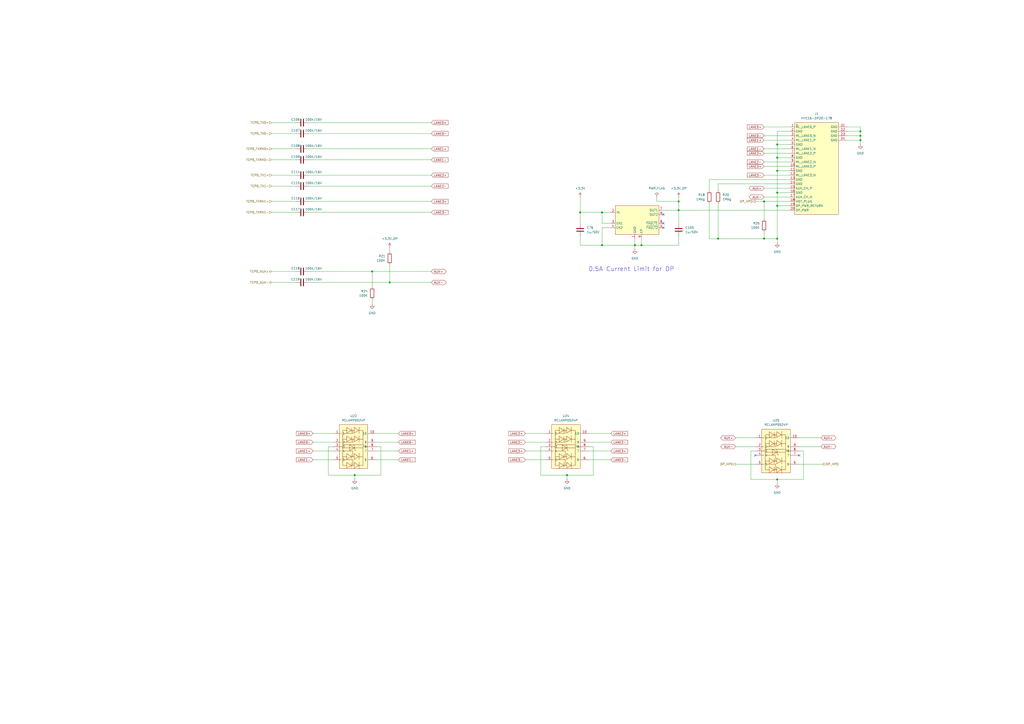
<source format=kicad_sch>
(kicad_sch
	(version 20250114)
	(generator "eeschema")
	(generator_version "9.0")
	(uuid "19c311bf-cf72-4958-9b1a-7b627eba33b2")
	(paper "A2")
	(title_block
		(title "LattePanda Mu Console")
		(date "2025-07-30")
		(rev "V1.0")
	)
	(lib_symbols
		(symbol "Device:C"
			(pin_numbers
				(hide yes)
			)
			(pin_names
				(offset 0.254)
			)
			(exclude_from_sim no)
			(in_bom yes)
			(on_board yes)
			(property "Reference" "C"
				(at 0.635 2.54 0)
				(effects
					(font
						(size 1.27 1.27)
					)
					(justify left)
				)
			)
			(property "Value" "C"
				(at 0.635 -2.54 0)
				(effects
					(font
						(size 1.27 1.27)
					)
					(justify left)
				)
			)
			(property "Footprint" ""
				(at 0.9652 -3.81 0)
				(effects
					(font
						(size 1.27 1.27)
					)
					(hide yes)
				)
			)
			(property "Datasheet" "~"
				(at 0 0 0)
				(effects
					(font
						(size 1.27 1.27)
					)
					(hide yes)
				)
			)
			(property "Description" "Unpolarized capacitor"
				(at 0 0 0)
				(effects
					(font
						(size 1.27 1.27)
					)
					(hide yes)
				)
			)
			(property "ki_keywords" "cap capacitor"
				(at 0 0 0)
				(effects
					(font
						(size 1.27 1.27)
					)
					(hide yes)
				)
			)
			(property "ki_fp_filters" "C_*"
				(at 0 0 0)
				(effects
					(font
						(size 1.27 1.27)
					)
					(hide yes)
				)
			)
			(symbol "C_0_1"
				(polyline
					(pts
						(xy -2.032 0.762) (xy 2.032 0.762)
					)
					(stroke
						(width 0.508)
						(type default)
					)
					(fill
						(type none)
					)
				)
				(polyline
					(pts
						(xy -2.032 -0.762) (xy 2.032 -0.762)
					)
					(stroke
						(width 0.508)
						(type default)
					)
					(fill
						(type none)
					)
				)
			)
			(symbol "C_1_1"
				(pin passive line
					(at 0 3.81 270)
					(length 2.794)
					(name "~"
						(effects
							(font
								(size 1.27 1.27)
							)
						)
					)
					(number "1"
						(effects
							(font
								(size 1.27 1.27)
							)
						)
					)
				)
				(pin passive line
					(at 0 -3.81 90)
					(length 2.794)
					(name "~"
						(effects
							(font
								(size 1.27 1.27)
							)
						)
					)
					(number "2"
						(effects
							(font
								(size 1.27 1.27)
							)
						)
					)
				)
			)
			(embedded_fonts no)
		)
		(symbol "Device:R"
			(pin_numbers
				(hide yes)
			)
			(pin_names
				(offset 0)
			)
			(exclude_from_sim no)
			(in_bom yes)
			(on_board yes)
			(property "Reference" "R"
				(at 2.032 0 90)
				(effects
					(font
						(size 1.27 1.27)
					)
				)
			)
			(property "Value" "R"
				(at 0 0 90)
				(effects
					(font
						(size 1.27 1.27)
					)
				)
			)
			(property "Footprint" ""
				(at -1.778 0 90)
				(effects
					(font
						(size 1.27 1.27)
					)
					(hide yes)
				)
			)
			(property "Datasheet" "~"
				(at 0 0 0)
				(effects
					(font
						(size 1.27 1.27)
					)
					(hide yes)
				)
			)
			(property "Description" "Resistor"
				(at 0 0 0)
				(effects
					(font
						(size 1.27 1.27)
					)
					(hide yes)
				)
			)
			(property "ki_keywords" "R res resistor"
				(at 0 0 0)
				(effects
					(font
						(size 1.27 1.27)
					)
					(hide yes)
				)
			)
			(property "ki_fp_filters" "R_*"
				(at 0 0 0)
				(effects
					(font
						(size 1.27 1.27)
					)
					(hide yes)
				)
			)
			(symbol "R_0_1"
				(rectangle
					(start -1.016 -2.54)
					(end 1.016 2.54)
					(stroke
						(width 0.254)
						(type default)
					)
					(fill
						(type none)
					)
				)
			)
			(symbol "R_1_1"
				(pin passive line
					(at 0 3.81 270)
					(length 1.27)
					(name "~"
						(effects
							(font
								(size 1.27 1.27)
							)
						)
					)
					(number "1"
						(effects
							(font
								(size 1.27 1.27)
							)
						)
					)
				)
				(pin passive line
					(at 0 -3.81 90)
					(length 1.27)
					(name "~"
						(effects
							(font
								(size 1.27 1.27)
							)
						)
					)
					(number "2"
						(effects
							(font
								(size 1.27 1.27)
							)
						)
					)
				)
			)
			(embedded_fonts no)
		)
		(symbol "easyeda2kicad:AP2152AMP"
			(exclude_from_sim no)
			(in_bom yes)
			(on_board yes)
			(property "Reference" "U"
				(at 0 8.128 0)
				(effects
					(font
						(size 1.27 1.27)
					)
				)
			)
			(property "Value" "AP2152AMP"
				(at 0.254 6.096 0)
				(effects
					(font
						(size 1.27 1.27)
					)
				)
			)
			(property "Footprint" "Package_SO:MSOP-8-1EP_3x3mm_P0.65mm_EP1.95x2.15mm"
				(at 0 -26.924 0)
				(effects
					(font
						(size 1.27 1.27)
					)
					(hide yes)
				)
			)
			(property "Datasheet" ""
				(at 0 0 0)
				(effects
					(font
						(size 1.27 1.27)
					)
					(hide yes)
				)
			)
			(property "Description" ""
				(at 0 0 0)
				(effects
					(font
						(size 1.27 1.27)
					)
					(hide yes)
				)
			)
			(symbol "AP2152AMP_0_1"
				(rectangle
					(start -13.97 5.08)
					(end 11.43 -11.43)
					(stroke
						(width 0)
						(type default)
					)
					(fill
						(type background)
					)
				)
			)
			(symbol "AP2152AMP_1_1"
				(pin unspecified line
					(at -16.51 1.27 0)
					(length 2.54)
					(name "IN"
						(effects
							(font
								(size 1.27 1.27)
							)
						)
					)
					(number "2"
						(effects
							(font
								(size 1.27 1.27)
							)
						)
					)
				)
				(pin unspecified line
					(at -16.51 -5.08 0)
					(length 2.54)
					(name "EN1"
						(effects
							(font
								(size 1.27 1.27)
							)
						)
					)
					(number "3"
						(effects
							(font
								(size 1.27 1.27)
							)
						)
					)
				)
				(pin unspecified line
					(at -16.51 -7.62 0)
					(length 2.54)
					(name "EN2"
						(effects
							(font
								(size 1.27 1.27)
							)
						)
					)
					(number "4"
						(effects
							(font
								(size 1.27 1.27)
							)
						)
					)
				)
				(pin unspecified line
					(at -2.54 -13.97 90)
					(length 2.54)
					(name "GND"
						(effects
							(font
								(size 1.27 1.27)
							)
						)
					)
					(number "1"
						(effects
							(font
								(size 1.27 1.27)
							)
						)
					)
				)
				(pin unspecified line
					(at 1.27 -13.97 90)
					(length 2.54)
					(name "EP"
						(effects
							(font
								(size 1.27 1.27)
							)
						)
					)
					(number "9"
						(effects
							(font
								(size 1.27 1.27)
							)
						)
					)
				)
				(pin unspecified line
					(at 13.97 2.54 180)
					(length 2.54)
					(name "OUT1"
						(effects
							(font
								(size 1.27 1.27)
							)
						)
					)
					(number "7"
						(effects
							(font
								(size 1.27 1.27)
							)
						)
					)
				)
				(pin unspecified line
					(at 13.97 0 180)
					(length 2.54)
					(name "OUT2"
						(effects
							(font
								(size 1.27 1.27)
							)
						)
					)
					(number "6"
						(effects
							(font
								(size 1.27 1.27)
							)
						)
					)
				)
				(pin unspecified line
					(at 13.97 -5.08 180)
					(length 2.54)
					(name "~{FAULT1}"
						(effects
							(font
								(size 1.27 1.27)
							)
						)
					)
					(number "8"
						(effects
							(font
								(size 1.27 1.27)
							)
						)
					)
				)
				(pin unspecified line
					(at 13.97 -7.62 180)
					(length 2.54)
					(name "~{FAULT2}"
						(effects
							(font
								(size 1.27 1.27)
							)
						)
					)
					(number "5"
						(effects
							(font
								(size 1.27 1.27)
							)
						)
					)
				)
			)
			(embedded_fonts no)
		)
		(symbol "easyeda2kicad:HYC16-DP20-178"
			(exclude_from_sim no)
			(in_bom yes)
			(on_board yes)
			(property "Reference" "CN"
				(at 0 30.48 0)
				(effects
					(font
						(size 1.27 1.27)
					)
				)
			)
			(property "Value" "HYC16-DP20-178"
				(at 0 -27.94 0)
				(effects
					(font
						(size 1.27 1.27)
					)
				)
			)
			(property "Footprint" "easyeda2kicad:DP-SMD_HYC16-DP20-178"
				(at 0 -30.48 0)
				(effects
					(font
						(size 1.27 1.27)
					)
					(hide yes)
				)
			)
			(property "Datasheet" "https://lcsc.com/product-detail/Audio-Video-Connectors_HOAUC-HYC16-DP20-178_C711350.html"
				(at 0 -33.02 0)
				(effects
					(font
						(size 1.27 1.27)
					)
					(hide yes)
				)
			)
			(property "Description" ""
				(at 0 0 0)
				(effects
					(font
						(size 1.27 1.27)
					)
					(hide yes)
				)
			)
			(property "LCSC Part" "C711350"
				(at 0 -35.56 0)
				(effects
					(font
						(size 1.27 1.27)
					)
					(hide yes)
				)
			)
			(symbol "HYC16-DP20-178_0_1"
				(rectangle
					(start -10.16 27.94)
					(end 15.24 -25.4)
					(stroke
						(width 0)
						(type default)
					)
					(fill
						(type background)
					)
				)
				(circle
					(center -8.89 26.67)
					(radius 0.38)
					(stroke
						(width 0)
						(type default)
					)
					(fill
						(type none)
					)
				)
				(pin unspecified line
					(at -12.7 25.4 0)
					(length 2.54)
					(name "ML_LANE0_P"
						(effects
							(font
								(size 1.27 1.27)
							)
						)
					)
					(number "1"
						(effects
							(font
								(size 1.27 1.27)
							)
						)
					)
				)
				(pin unspecified line
					(at -12.7 22.86 0)
					(length 2.54)
					(name "GND"
						(effects
							(font
								(size 1.27 1.27)
							)
						)
					)
					(number "2"
						(effects
							(font
								(size 1.27 1.27)
							)
						)
					)
				)
				(pin unspecified line
					(at -12.7 20.32 0)
					(length 2.54)
					(name "ML_LANE0_N"
						(effects
							(font
								(size 1.27 1.27)
							)
						)
					)
					(number "3"
						(effects
							(font
								(size 1.27 1.27)
							)
						)
					)
				)
				(pin unspecified line
					(at -12.7 17.78 0)
					(length 2.54)
					(name "ML_LANE1_P"
						(effects
							(font
								(size 1.27 1.27)
							)
						)
					)
					(number "4"
						(effects
							(font
								(size 1.27 1.27)
							)
						)
					)
				)
				(pin unspecified line
					(at -12.7 15.24 0)
					(length 2.54)
					(name "GND"
						(effects
							(font
								(size 1.27 1.27)
							)
						)
					)
					(number "5"
						(effects
							(font
								(size 1.27 1.27)
							)
						)
					)
				)
				(pin unspecified line
					(at -12.7 12.7 0)
					(length 2.54)
					(name "ML_LANE1_N"
						(effects
							(font
								(size 1.27 1.27)
							)
						)
					)
					(number "6"
						(effects
							(font
								(size 1.27 1.27)
							)
						)
					)
				)
				(pin unspecified line
					(at -12.7 10.16 0)
					(length 2.54)
					(name "ML_LANE2_P"
						(effects
							(font
								(size 1.27 1.27)
							)
						)
					)
					(number "7"
						(effects
							(font
								(size 1.27 1.27)
							)
						)
					)
				)
				(pin unspecified line
					(at -12.7 7.62 0)
					(length 2.54)
					(name "GND"
						(effects
							(font
								(size 1.27 1.27)
							)
						)
					)
					(number "8"
						(effects
							(font
								(size 1.27 1.27)
							)
						)
					)
				)
				(pin unspecified line
					(at -12.7 5.08 0)
					(length 2.54)
					(name "ML_LANE2_N"
						(effects
							(font
								(size 1.27 1.27)
							)
						)
					)
					(number "9"
						(effects
							(font
								(size 1.27 1.27)
							)
						)
					)
				)
				(pin unspecified line
					(at -12.7 2.54 0)
					(length 2.54)
					(name "ML_LANE3_P"
						(effects
							(font
								(size 1.27 1.27)
							)
						)
					)
					(number "10"
						(effects
							(font
								(size 1.27 1.27)
							)
						)
					)
				)
				(pin unspecified line
					(at -12.7 0 0)
					(length 2.54)
					(name "GND"
						(effects
							(font
								(size 1.27 1.27)
							)
						)
					)
					(number "11"
						(effects
							(font
								(size 1.27 1.27)
							)
						)
					)
				)
				(pin unspecified line
					(at -12.7 -2.54 0)
					(length 2.54)
					(name "ML_LANE3_N"
						(effects
							(font
								(size 1.27 1.27)
							)
						)
					)
					(number "12"
						(effects
							(font
								(size 1.27 1.27)
							)
						)
					)
				)
				(pin unspecified line
					(at -12.7 -5.08 0)
					(length 2.54)
					(name "GND"
						(effects
							(font
								(size 1.27 1.27)
							)
						)
					)
					(number "13"
						(effects
							(font
								(size 1.27 1.27)
							)
						)
					)
				)
				(pin unspecified line
					(at -12.7 -7.62 0)
					(length 2.54)
					(name "GND"
						(effects
							(font
								(size 1.27 1.27)
							)
						)
					)
					(number "14"
						(effects
							(font
								(size 1.27 1.27)
							)
						)
					)
				)
				(pin unspecified line
					(at -12.7 -10.16 0)
					(length 2.54)
					(name "AUX_CH_P"
						(effects
							(font
								(size 1.27 1.27)
							)
						)
					)
					(number "15"
						(effects
							(font
								(size 1.27 1.27)
							)
						)
					)
				)
				(pin unspecified line
					(at -12.7 -12.7 0)
					(length 2.54)
					(name "GND"
						(effects
							(font
								(size 1.27 1.27)
							)
						)
					)
					(number "16"
						(effects
							(font
								(size 1.27 1.27)
							)
						)
					)
				)
				(pin unspecified line
					(at -12.7 -15.24 0)
					(length 2.54)
					(name "AUX_CH_N"
						(effects
							(font
								(size 1.27 1.27)
							)
						)
					)
					(number "17"
						(effects
							(font
								(size 1.27 1.27)
							)
						)
					)
				)
				(pin unspecified line
					(at -12.7 -17.78 0)
					(length 2.54)
					(name "HOT_PLUG"
						(effects
							(font
								(size 1.27 1.27)
							)
						)
					)
					(number "18"
						(effects
							(font
								(size 1.27 1.27)
							)
						)
					)
				)
				(pin unspecified line
					(at -12.7 -20.32 0)
					(length 2.54)
					(name "DP_PWR_RETURN"
						(effects
							(font
								(size 1.27 1.27)
							)
						)
					)
					(number "19"
						(effects
							(font
								(size 1.27 1.27)
							)
						)
					)
				)
				(pin unspecified line
					(at -12.7 -22.86 0)
					(length 2.54)
					(name "DP_PWR"
						(effects
							(font
								(size 1.27 1.27)
							)
						)
					)
					(number "20"
						(effects
							(font
								(size 1.27 1.27)
							)
						)
					)
				)
				(pin unspecified line
					(at 20.32 25.4 180)
					(length 5.08)
					(name "GND"
						(effects
							(font
								(size 1.27 1.27)
							)
						)
					)
					(number "21"
						(effects
							(font
								(size 1.27 1.27)
							)
						)
					)
				)
				(pin unspecified line
					(at 20.32 22.86 180)
					(length 5.08)
					(name "GND"
						(effects
							(font
								(size 1.27 1.27)
							)
						)
					)
					(number "22"
						(effects
							(font
								(size 1.27 1.27)
							)
						)
					)
				)
				(pin unspecified line
					(at 20.32 20.32 180)
					(length 5.08)
					(name "GND"
						(effects
							(font
								(size 1.27 1.27)
							)
						)
					)
					(number "23"
						(effects
							(font
								(size 1.27 1.27)
							)
						)
					)
				)
				(pin unspecified line
					(at 20.32 17.78 180)
					(length 5.08)
					(name "GND"
						(effects
							(font
								(size 1.27 1.27)
							)
						)
					)
					(number "24"
						(effects
							(font
								(size 1.27 1.27)
							)
						)
					)
				)
			)
			(embedded_fonts no)
		)
		(symbol "easyeda2kicad:RCLAMP0524P_C5261085"
			(exclude_from_sim no)
			(in_bom yes)
			(on_board yes)
			(property "Reference" "U"
				(at 0 17.78 0)
				(effects
					(font
						(size 1.27 1.27)
					)
				)
			)
			(property "Value" "RCLAMP0524P_C5261085"
				(at 0 -17.78 0)
				(effects
					(font
						(size 1.27 1.27)
					)
				)
			)
			(property "Footprint" "easyeda2kicad:DFN2510-10_L2.5-W1.0-P0.50-BL"
				(at 0 -20.32 0)
				(effects
					(font
						(size 1.27 1.27)
					)
					(hide yes)
				)
			)
			(property "Datasheet" ""
				(at 0 0 0)
				(effects
					(font
						(size 1.27 1.27)
					)
					(hide yes)
				)
			)
			(property "Description" ""
				(at 0 0 0)
				(effects
					(font
						(size 1.27 1.27)
					)
					(hide yes)
				)
			)
			(property "LCSC Part" "C5261085"
				(at 0 -22.86 0)
				(effects
					(font
						(size 1.27 1.27)
					)
					(hide yes)
				)
			)
			(symbol "RCLAMP0524P_C5261085_0_1"
				(rectangle
					(start -12.7 7.62)
					(end 12.7 -8.89)
					(stroke
						(width 0)
						(type default)
					)
					(fill
						(type background)
					)
				)
				(polyline
					(pts
						(xy -9.4 2.54) (xy -9.4 4.83) (xy 10.92 4.83) (xy 10.92 2.29)
					)
					(stroke
						(width 0)
						(type default)
					)
					(fill
						(type none)
					)
				)
				(polyline
					(pts
						(xy -9.4 -1.02) (xy -7.62 -1.02) (xy -7.62 -6.35)
					)
					(stroke
						(width 0)
						(type default)
					)
					(fill
						(type none)
					)
				)
				(polyline
					(pts
						(xy -9.4 -2.03) (xy -9.4 -0.25)
					)
					(stroke
						(width 0)
						(type default)
					)
					(fill
						(type none)
					)
				)
				(polyline
					(pts
						(xy -8.13 -1.78) (xy -10.67 -1.78)
					)
					(stroke
						(width 0)
						(type default)
					)
					(fill
						(type none)
					)
				)
				(polyline
					(pts
						(xy -7.87 -0.25) (xy -9.4 2.29) (xy -11.18 -0.25) (xy -7.87 -0.25)
					)
					(stroke
						(width 0)
						(type default)
					)
					(fill
						(type background)
					)
				)
				(polyline
					(pts
						(xy -7.87 -4.57) (xy -9.4 -2.03) (xy -11.18 -4.57) (xy -7.87 -4.57)
					)
					(stroke
						(width 0)
						(type default)
					)
					(fill
						(type background)
					)
				)
				(polyline
					(pts
						(xy -7.62 2.54) (xy -11.43 2.54)
					)
					(stroke
						(width 0)
						(type default)
					)
					(fill
						(type none)
					)
				)
				(polyline
					(pts
						(xy -7.62 -6.35)
					)
					(stroke
						(width 0)
						(type default)
					)
					(fill
						(type background)
					)
				)
				(polyline
					(pts
						(xy -4.32 2.29) (xy -4.32 4.83)
					)
					(stroke
						(width 0)
						(type default)
					)
					(fill
						(type none)
					)
				)
				(polyline
					(pts
						(xy -4.32 -1.02) (xy -2.54 -1.02) (xy -2.54 -6.35)
					)
					(stroke
						(width 0)
						(type default)
					)
					(fill
						(type none)
					)
				)
				(polyline
					(pts
						(xy -4.32 -2.03) (xy -4.32 -0.25)
					)
					(stroke
						(width 0)
						(type default)
					)
					(fill
						(type none)
					)
				)
				(polyline
					(pts
						(xy -4.32 -4.57) (xy -4.32 -6.86)
					)
					(stroke
						(width 0)
						(type default)
					)
					(fill
						(type none)
					)
				)
				(polyline
					(pts
						(xy -3.05 -1.78) (xy -5.84 -1.78)
					)
					(stroke
						(width 0)
						(type default)
					)
					(fill
						(type none)
					)
				)
				(polyline
					(pts
						(xy -2.79 -0.25) (xy -4.32 2.29) (xy -6.1 -0.25) (xy -2.79 -0.25)
					)
					(stroke
						(width 0)
						(type default)
					)
					(fill
						(type background)
					)
				)
				(polyline
					(pts
						(xy -2.79 -4.57) (xy -4.32 -2.03) (xy -6.1 -4.57) (xy -2.79 -4.57)
					)
					(stroke
						(width 0)
						(type default)
					)
					(fill
						(type background)
					)
				)
				(polyline
					(pts
						(xy -2.54 2.54) (xy -6.35 2.54)
					)
					(stroke
						(width 0)
						(type default)
					)
					(fill
						(type none)
					)
				)
				(polyline
					(pts
						(xy -2.54 -6.35)
					)
					(stroke
						(width 0)
						(type default)
					)
					(fill
						(type background)
					)
				)
				(polyline
					(pts
						(xy -1.02 5.33)
					)
					(stroke
						(width 0)
						(type default)
					)
					(fill
						(type background)
					)
				)
				(polyline
					(pts
						(xy -1.02 4.32) (xy -1.02 -6.86)
					)
					(stroke
						(width 0)
						(type default)
					)
					(fill
						(type none)
					)
				)
				(polyline
					(pts
						(xy 0 7.62)
					)
					(stroke
						(width 0)
						(type default)
					)
					(fill
						(type background)
					)
				)
				(polyline
					(pts
						(xy 0 7.62) (xy 0 7.62) (xy 0 5.33) (xy -1.02 5.33)
					)
					(stroke
						(width 0)
						(type default)
					)
					(fill
						(type none)
					)
				)
				(polyline
					(pts
						(xy 0 -7.62) (xy 0 -6.86)
					)
					(stroke
						(width 0)
						(type default)
					)
					(fill
						(type none)
					)
				)
				(polyline
					(pts
						(xy 0.76 -6.86) (xy 0.76 4.83)
					)
					(stroke
						(width 0)
						(type default)
					)
					(fill
						(type none)
					)
				)
				(polyline
					(pts
						(xy 2.29 -2.79) (xy 0.76 -0.25) (xy -1.02 -2.79) (xy 2.29 -2.79)
					)
					(stroke
						(width 0)
						(type default)
					)
					(fill
						(type background)
					)
				)
				(polyline
					(pts
						(xy 2.54 0.76) (xy 1.78 0) (xy -0.25 0) (xy -1.02 -0.76)
					)
					(stroke
						(width 0)
						(type default)
					)
					(fill
						(type none)
					)
				)
				(polyline
					(pts
						(xy 2.54 -6.35)
					)
					(stroke
						(width 0)
						(type default)
					)
					(fill
						(type background)
					)
				)
				(polyline
					(pts
						(xy 5.84 2.54) (xy 5.84 4.57)
					)
					(stroke
						(width 0)
						(type default)
					)
					(fill
						(type none)
					)
				)
				(polyline
					(pts
						(xy 5.84 -1.02) (xy 2.54 -1.02) (xy 2.54 -6.35)
					)
					(stroke
						(width 0)
						(type default)
					)
					(fill
						(type none)
					)
				)
				(polyline
					(pts
						(xy 5.84 -2.03) (xy 5.84 -0.25)
					)
					(stroke
						(width 0)
						(type default)
					)
					(fill
						(type none)
					)
				)
				(polyline
					(pts
						(xy 5.84 -4.57) (xy 5.84 -6.86)
					)
					(stroke
						(width 0)
						(type default)
					)
					(fill
						(type none)
					)
				)
				(polyline
					(pts
						(xy 7.11 -1.78) (xy 4.57 -1.78)
					)
					(stroke
						(width 0)
						(type default)
					)
					(fill
						(type none)
					)
				)
				(polyline
					(pts
						(xy 7.37 -0.25) (xy 5.84 2.29) (xy 4.06 -0.25) (xy 7.37 -0.25)
					)
					(stroke
						(width 0)
						(type default)
					)
					(fill
						(type background)
					)
				)
				(polyline
					(pts
						(xy 7.37 -4.57) (xy 5.84 -2.03) (xy 4.06 -4.57) (xy 7.37 -4.57)
					)
					(stroke
						(width 0)
						(type default)
					)
					(fill
						(type background)
					)
				)
				(polyline
					(pts
						(xy 7.62 2.54) (xy 3.81 2.54)
					)
					(stroke
						(width 0)
						(type default)
					)
					(fill
						(type none)
					)
				)
				(polyline
					(pts
						(xy 7.62 -6.1)
					)
					(stroke
						(width 0)
						(type default)
					)
					(fill
						(type background)
					)
				)
				(polyline
					(pts
						(xy 10.92 -1.02) (xy 7.62 -1.02) (xy 7.62 -6.1)
					)
					(stroke
						(width 0)
						(type default)
					)
					(fill
						(type none)
					)
				)
				(polyline
					(pts
						(xy 10.92 -2.03) (xy 10.92 -0.25)
					)
					(stroke
						(width 0)
						(type default)
					)
					(fill
						(type none)
					)
				)
				(polyline
					(pts
						(xy 10.92 -4.57) (xy 10.92 -6.86) (xy -9.4 -6.86) (xy -9.4 -4.32)
					)
					(stroke
						(width 0)
						(type default)
					)
					(fill
						(type none)
					)
				)
				(polyline
					(pts
						(xy 12.19 -1.78) (xy 9.4 -1.78)
					)
					(stroke
						(width 0)
						(type default)
					)
					(fill
						(type none)
					)
				)
				(polyline
					(pts
						(xy 12.45 -0.25) (xy 10.92 2.29) (xy 9.14 -0.25) (xy 12.45 -0.25)
					)
					(stroke
						(width 0)
						(type default)
					)
					(fill
						(type background)
					)
				)
				(polyline
					(pts
						(xy 12.45 -4.57) (xy 10.92 -2.03) (xy 9.14 -4.57) (xy 12.45 -4.57)
					)
					(stroke
						(width 0)
						(type default)
					)
					(fill
						(type background)
					)
				)
				(polyline
					(pts
						(xy 12.7 2.54) (xy 8.89 2.54)
					)
					(stroke
						(width 0)
						(type default)
					)
					(fill
						(type none)
					)
				)
				(pin unspecified line
					(at -7.62 12.7 270)
					(length 5.08)
					(name "10"
						(effects
							(font
								(size 1.27 1.27)
							)
						)
					)
					(number "10"
						(effects
							(font
								(size 1.27 1.27)
							)
						)
					)
				)
				(pin unspecified line
					(at -7.62 -12.7 90)
					(length 5.08)
					(name "1"
						(effects
							(font
								(size 1.27 1.27)
							)
						)
					)
					(number "1"
						(effects
							(font
								(size 1.27 1.27)
							)
						)
					)
				)
				(pin unspecified line
					(at -2.54 12.7 270)
					(length 5.08)
					(name "9"
						(effects
							(font
								(size 1.27 1.27)
							)
						)
					)
					(number "9"
						(effects
							(font
								(size 1.27 1.27)
							)
						)
					)
				)
				(pin unspecified line
					(at -2.54 -12.7 90)
					(length 5.08)
					(name "2"
						(effects
							(font
								(size 1.27 1.27)
							)
						)
					)
					(number "2"
						(effects
							(font
								(size 1.27 1.27)
							)
						)
					)
				)
				(pin unspecified line
					(at 0 12.7 270)
					(length 5.08)
					(name "8"
						(effects
							(font
								(size 1.27 1.27)
							)
						)
					)
					(number "8"
						(effects
							(font
								(size 1.27 1.27)
							)
						)
					)
				)
				(pin unspecified line
					(at 0 -12.7 90)
					(length 5.08)
					(name "3"
						(effects
							(font
								(size 1.27 1.27)
							)
						)
					)
					(number "3"
						(effects
							(font
								(size 1.27 1.27)
							)
						)
					)
				)
				(pin unspecified line
					(at 2.54 12.7 270)
					(length 5.08)
					(name "7"
						(effects
							(font
								(size 1.27 1.27)
							)
						)
					)
					(number "7"
						(effects
							(font
								(size 1.27 1.27)
							)
						)
					)
				)
				(pin unspecified line
					(at 2.54 -12.7 90)
					(length 5.08)
					(name "4"
						(effects
							(font
								(size 1.27 1.27)
							)
						)
					)
					(number "4"
						(effects
							(font
								(size 1.27 1.27)
							)
						)
					)
				)
				(pin unspecified line
					(at 7.62 12.7 270)
					(length 5.08)
					(name "6"
						(effects
							(font
								(size 1.27 1.27)
							)
						)
					)
					(number "6"
						(effects
							(font
								(size 1.27 1.27)
							)
						)
					)
				)
				(pin unspecified line
					(at 7.62 -12.7 90)
					(length 5.08)
					(name "5"
						(effects
							(font
								(size 1.27 1.27)
							)
						)
					)
					(number "5"
						(effects
							(font
								(size 1.27 1.27)
							)
						)
					)
				)
			)
			(embedded_fonts no)
		)
		(symbol "power:+3.3V"
			(power)
			(pin_numbers
				(hide yes)
			)
			(pin_names
				(offset 0)
				(hide yes)
			)
			(exclude_from_sim no)
			(in_bom yes)
			(on_board yes)
			(property "Reference" "#PWR"
				(at 0 -3.81 0)
				(effects
					(font
						(size 1.27 1.27)
					)
					(hide yes)
				)
			)
			(property "Value" "+3.3V"
				(at 0 3.556 0)
				(effects
					(font
						(size 1.27 1.27)
					)
				)
			)
			(property "Footprint" ""
				(at 0 0 0)
				(effects
					(font
						(size 1.27 1.27)
					)
					(hide yes)
				)
			)
			(property "Datasheet" ""
				(at 0 0 0)
				(effects
					(font
						(size 1.27 1.27)
					)
					(hide yes)
				)
			)
			(property "Description" "Power symbol creates a global label with name \"+3.3V\""
				(at 0 0 0)
				(effects
					(font
						(size 1.27 1.27)
					)
					(hide yes)
				)
			)
			(property "ki_keywords" "global power"
				(at 0 0 0)
				(effects
					(font
						(size 1.27 1.27)
					)
					(hide yes)
				)
			)
			(symbol "+3.3V_0_1"
				(polyline
					(pts
						(xy -0.762 1.27) (xy 0 2.54)
					)
					(stroke
						(width 0)
						(type default)
					)
					(fill
						(type none)
					)
				)
				(polyline
					(pts
						(xy 0 2.54) (xy 0.762 1.27)
					)
					(stroke
						(width 0)
						(type default)
					)
					(fill
						(type none)
					)
				)
				(polyline
					(pts
						(xy 0 0) (xy 0 2.54)
					)
					(stroke
						(width 0)
						(type default)
					)
					(fill
						(type none)
					)
				)
			)
			(symbol "+3.3V_1_1"
				(pin power_in line
					(at 0 0 90)
					(length 0)
					(name "~"
						(effects
							(font
								(size 1.27 1.27)
							)
						)
					)
					(number "1"
						(effects
							(font
								(size 1.27 1.27)
							)
						)
					)
				)
			)
			(embedded_fonts no)
		)
		(symbol "power:GND"
			(power)
			(pin_numbers
				(hide yes)
			)
			(pin_names
				(offset 0)
				(hide yes)
			)
			(exclude_from_sim no)
			(in_bom yes)
			(on_board yes)
			(property "Reference" "#PWR"
				(at 0 -6.35 0)
				(effects
					(font
						(size 1.27 1.27)
					)
					(hide yes)
				)
			)
			(property "Value" "GND"
				(at 0 -3.81 0)
				(effects
					(font
						(size 1.27 1.27)
					)
				)
			)
			(property "Footprint" ""
				(at 0 0 0)
				(effects
					(font
						(size 1.27 1.27)
					)
					(hide yes)
				)
			)
			(property "Datasheet" ""
				(at 0 0 0)
				(effects
					(font
						(size 1.27 1.27)
					)
					(hide yes)
				)
			)
			(property "Description" "Power symbol creates a global label with name \"GND\" , ground"
				(at 0 0 0)
				(effects
					(font
						(size 1.27 1.27)
					)
					(hide yes)
				)
			)
			(property "ki_keywords" "global power"
				(at 0 0 0)
				(effects
					(font
						(size 1.27 1.27)
					)
					(hide yes)
				)
			)
			(symbol "GND_0_1"
				(polyline
					(pts
						(xy 0 0) (xy 0 -1.27) (xy 1.27 -1.27) (xy 0 -2.54) (xy -1.27 -1.27) (xy 0 -1.27)
					)
					(stroke
						(width 0)
						(type default)
					)
					(fill
						(type none)
					)
				)
			)
			(symbol "GND_1_1"
				(pin power_in line
					(at 0 0 270)
					(length 0)
					(name "~"
						(effects
							(font
								(size 1.27 1.27)
							)
						)
					)
					(number "1"
						(effects
							(font
								(size 1.27 1.27)
							)
						)
					)
				)
			)
			(embedded_fonts no)
		)
		(symbol "power:PWR_FLAG"
			(power)
			(pin_numbers
				(hide yes)
			)
			(pin_names
				(offset 0)
				(hide yes)
			)
			(exclude_from_sim no)
			(in_bom yes)
			(on_board yes)
			(property "Reference" "#FLG"
				(at 0 1.905 0)
				(effects
					(font
						(size 1.27 1.27)
					)
					(hide yes)
				)
			)
			(property "Value" "PWR_FLAG"
				(at 0 3.81 0)
				(effects
					(font
						(size 1.27 1.27)
					)
				)
			)
			(property "Footprint" ""
				(at 0 0 0)
				(effects
					(font
						(size 1.27 1.27)
					)
					(hide yes)
				)
			)
			(property "Datasheet" "~"
				(at 0 0 0)
				(effects
					(font
						(size 1.27 1.27)
					)
					(hide yes)
				)
			)
			(property "Description" "Special symbol for telling ERC where power comes from"
				(at 0 0 0)
				(effects
					(font
						(size 1.27 1.27)
					)
					(hide yes)
				)
			)
			(property "ki_keywords" "flag power"
				(at 0 0 0)
				(effects
					(font
						(size 1.27 1.27)
					)
					(hide yes)
				)
			)
			(symbol "PWR_FLAG_0_0"
				(pin power_out line
					(at 0 0 90)
					(length 0)
					(name "~"
						(effects
							(font
								(size 1.27 1.27)
							)
						)
					)
					(number "1"
						(effects
							(font
								(size 1.27 1.27)
							)
						)
					)
				)
			)
			(symbol "PWR_FLAG_0_1"
				(polyline
					(pts
						(xy 0 0) (xy 0 1.27) (xy -1.016 1.905) (xy 0 2.54) (xy 1.016 1.905) (xy 0 1.27)
					)
					(stroke
						(width 0)
						(type default)
					)
					(fill
						(type none)
					)
				)
			)
			(embedded_fonts no)
		)
	)
	(text "0.5A Current Limit for DP"
		(exclude_from_sim no)
		(at 366.268 156.21 0)
		(effects
			(font
				(size 2.54 2.54)
			)
		)
		(uuid "4861fcf8-3001-4453-adea-8640878d3ebc")
	)
	(junction
		(at 450.85 119.38)
		(diameter 0)
		(color 0 0 0 0)
		(uuid "1168f392-48b8-4d46-9c7d-5542bc3cc720")
	)
	(junction
		(at 450.85 91.44)
		(diameter 0)
		(color 0 0 0 0)
		(uuid "2a12163b-e81e-4462-95ca-de62b17eecdb")
	)
	(junction
		(at 499.11 81.28)
		(diameter 0)
		(color 0 0 0 0)
		(uuid "2cbdb446-918b-4cb6-8ef2-83a5cea7a256")
	)
	(junction
		(at 450.85 111.76)
		(diameter 0)
		(color 0 0 0 0)
		(uuid "5032361f-b49e-4a55-aefa-49a13d6dfd26")
	)
	(junction
		(at 368.3 142.24)
		(diameter 0)
		(color 0 0 0 0)
		(uuid "53d9acf2-66e2-45bc-8172-2d2bc084f515")
	)
	(junction
		(at 372.11 142.24)
		(diameter 0)
		(color 0 0 0 0)
		(uuid "5655bf50-1418-4d88-bd1a-47fafc6c7916")
	)
	(junction
		(at 443.23 138.43)
		(diameter 0)
		(color 0 0 0 0)
		(uuid "573ed5d2-3406-4ac3-a001-29881ffc8e80")
	)
	(junction
		(at 450.85 99.06)
		(diameter 0)
		(color 0 0 0 0)
		(uuid "5dbdbc0b-a755-4f51-8d35-c27e6a453473")
	)
	(junction
		(at 499.11 78.74)
		(diameter 0)
		(color 0 0 0 0)
		(uuid "696257a3-7925-4ae2-ada7-34ea763fe000")
	)
	(junction
		(at 349.25 123.19)
		(diameter 0)
		(color 0 0 0 0)
		(uuid "755eb694-02ad-4ba8-a4f9-bff3f42c6cab")
	)
	(junction
		(at 450.85 83.82)
		(diameter 0)
		(color 0 0 0 0)
		(uuid "7d6d8b0f-107c-496d-87ea-21527d184677")
	)
	(junction
		(at 226.06 163.83)
		(diameter 0)
		(color 0 0 0 0)
		(uuid "8ad5e1f7-d38d-4dea-b816-c1e96caefa01")
	)
	(junction
		(at 450.85 138.43)
		(diameter 0)
		(color 0 0 0 0)
		(uuid "8badb336-999f-4ea8-87d9-f475ebaa96a4")
	)
	(junction
		(at 443.23 116.84)
		(diameter 0)
		(color 0 0 0 0)
		(uuid "8e5ce31b-58bf-4c45-8c9f-d8b1644d8ac8")
	)
	(junction
		(at 393.7 121.92)
		(diameter 0)
		(color 0 0 0 0)
		(uuid "922cd4e7-6899-459e-8f09-afc53ab83cee")
	)
	(junction
		(at 328.93 275.59)
		(diameter 0)
		(color 0 0 0 0)
		(uuid "a790934d-aaae-4b49-816c-bdead3417d7c")
	)
	(junction
		(at 205.74 275.59)
		(diameter 0)
		(color 0 0 0 0)
		(uuid "b7f9be63-18ad-4017-bedc-6f7bcc4c951a")
	)
	(junction
		(at 499.11 76.2)
		(diameter 0)
		(color 0 0 0 0)
		(uuid "b8e2af5b-bd44-4bf4-8bd7-091b253f0a4a")
	)
	(junction
		(at 336.55 123.19)
		(diameter 0)
		(color 0 0 0 0)
		(uuid "c8c76622-1344-41c9-b5a5-031f03a76bfa")
	)
	(junction
		(at 349.25 142.24)
		(diameter 0)
		(color 0 0 0 0)
		(uuid "cf989a57-699c-4ce8-8519-43600f70699b")
	)
	(junction
		(at 450.85 278.13)
		(diameter 0)
		(color 0 0 0 0)
		(uuid "e0752984-9508-43ab-a21d-dd3d0cae854f")
	)
	(junction
		(at 215.9 157.48)
		(diameter 0)
		(color 0 0 0 0)
		(uuid "e28e807a-bf62-4759-b91f-fd31182bfb25")
	)
	(junction
		(at 416.56 138.43)
		(diameter 0)
		(color 0 0 0 0)
		(uuid "f04de55b-bc23-43c4-a4af-71159bcd64c1")
	)
	(junction
		(at 393.7 116.84)
		(diameter 0)
		(color 0 0 0 0)
		(uuid "fa66f320-34cc-44c6-bbdf-7482fa26c8d7")
	)
	(no_connect
		(at 438.15 264.16)
		(uuid "9dca1513-87a7-4830-9d6e-86eb95f88641")
	)
	(no_connect
		(at 384.81 124.46)
		(uuid "b3c4a2fe-8da9-4e8f-9da0-228dad951b98")
	)
	(no_connect
		(at 384.81 129.54)
		(uuid "c7f40b40-2825-41d1-a11b-737df2f98825")
	)
	(no_connect
		(at 463.55 264.16)
		(uuid "e5098ace-80b8-473d-a7fe-40e820201d27")
	)
	(no_connect
		(at 384.81 132.08)
		(uuid "f4eae8c0-c1b0-4f7c-acf3-a5b043c41853")
	)
	(wire
		(pts
			(xy 438.15 261.62) (xy 435.61 261.62)
		)
		(stroke
			(width 0)
			(type default)
		)
		(uuid "0361b586-a11d-4ba4-bfa8-603255121260")
	)
	(wire
		(pts
			(xy 349.25 132.08) (xy 349.25 142.24)
		)
		(stroke
			(width 0)
			(type default)
		)
		(uuid "07c03737-dde3-4dfd-80a9-68894d0fd3ef")
	)
	(wire
		(pts
			(xy 450.85 278.13) (xy 466.09 278.13)
		)
		(stroke
			(width 0)
			(type default)
		)
		(uuid "0927de89-461b-4897-84d8-a70f3318a201")
	)
	(wire
		(pts
			(xy 349.25 129.54) (xy 349.25 123.19)
		)
		(stroke
			(width 0)
			(type default)
		)
		(uuid "0c9db9a6-d401-494a-a367-dc463eba6bf1")
	)
	(wire
		(pts
			(xy 393.7 121.92) (xy 458.47 121.92)
		)
		(stroke
			(width 0)
			(type default)
		)
		(uuid "0ec42d33-17e1-4e36-be7b-443def8d344e")
	)
	(wire
		(pts
			(xy 443.23 114.3) (xy 458.47 114.3)
		)
		(stroke
			(width 0)
			(type default)
		)
		(uuid "0f45409a-f302-42ff-8fe3-d5b403694949")
	)
	(wire
		(pts
			(xy 157.48 101.6) (xy 171.45 101.6)
		)
		(stroke
			(width 0)
			(type default)
		)
		(uuid "1045d0b3-c5dd-49ce-a2f8-32be04dad687")
	)
	(wire
		(pts
			(xy 416.56 118.11) (xy 416.56 138.43)
		)
		(stroke
			(width 0)
			(type default)
		)
		(uuid "113da0bd-e4b2-440f-8e09-055549f52a02")
	)
	(wire
		(pts
			(xy 215.9 157.48) (xy 215.9 166.37)
		)
		(stroke
			(width 0)
			(type default)
		)
		(uuid "12dd972d-8d5e-4894-86e4-26fce0abbcc3")
	)
	(wire
		(pts
			(xy 411.48 104.14) (xy 411.48 110.49)
		)
		(stroke
			(width 0)
			(type default)
		)
		(uuid "13b76a01-6e13-447b-9bb0-0688a3c4c6a5")
	)
	(wire
		(pts
			(xy 226.06 153.67) (xy 226.06 163.83)
		)
		(stroke
			(width 0)
			(type default)
		)
		(uuid "14614224-cbd6-4180-8a0e-80ab46ab7328")
	)
	(wire
		(pts
			(xy 179.07 163.83) (xy 226.06 163.83)
		)
		(stroke
			(width 0)
			(type default)
		)
		(uuid "15a3a86a-8ea4-49b7-a7a5-45bc8e37cc46")
	)
	(wire
		(pts
			(xy 354.33 256.54) (xy 341.63 256.54)
		)
		(stroke
			(width 0)
			(type default)
		)
		(uuid "17ab3995-5a3b-417c-a268-a59cb05d36aa")
	)
	(wire
		(pts
			(xy 450.85 119.38) (xy 450.85 138.43)
		)
		(stroke
			(width 0)
			(type default)
		)
		(uuid "1b62f4b2-c1a0-4852-ac12-d43e96a2cb88")
	)
	(wire
		(pts
			(xy 179.07 77.47) (xy 250.19 77.47)
		)
		(stroke
			(width 0)
			(type default)
		)
		(uuid "1b71d206-c4a1-4c6c-9ab4-0b7206344c17")
	)
	(wire
		(pts
			(xy 416.56 138.43) (xy 443.23 138.43)
		)
		(stroke
			(width 0)
			(type default)
		)
		(uuid "1e599efb-e7d9-4bc0-8318-da136a10b301")
	)
	(wire
		(pts
			(xy 215.9 173.99) (xy 215.9 176.53)
		)
		(stroke
			(width 0)
			(type default)
		)
		(uuid "1f455c16-ed93-4db2-8837-20e2981e6fa2")
	)
	(wire
		(pts
			(xy 491.49 73.66) (xy 499.11 73.66)
		)
		(stroke
			(width 0)
			(type default)
		)
		(uuid "23225564-ba57-4d96-986c-322b0653d701")
	)
	(wire
		(pts
			(xy 393.7 121.92) (xy 393.7 129.54)
		)
		(stroke
			(width 0)
			(type default)
		)
		(uuid "236bbe17-b7f6-4176-a60e-a81dad83e62f")
	)
	(wire
		(pts
			(xy 349.25 123.19) (xy 354.33 123.19)
		)
		(stroke
			(width 0)
			(type default)
		)
		(uuid "2389ba68-2ab6-41ed-a466-dc5abdee80be")
	)
	(wire
		(pts
			(xy 179.07 92.71) (xy 250.19 92.71)
		)
		(stroke
			(width 0)
			(type default)
		)
		(uuid "23d92e1c-38d6-4839-a7e3-660da33892d6")
	)
	(wire
		(pts
			(xy 226.06 143.51) (xy 226.06 146.05)
		)
		(stroke
			(width 0)
			(type default)
		)
		(uuid "288801c3-6a51-4641-b58a-372fbb8dcfb7")
	)
	(wire
		(pts
			(xy 411.48 138.43) (xy 416.56 138.43)
		)
		(stroke
			(width 0)
			(type default)
		)
		(uuid "2c266f97-88db-4ff7-ba22-e653eae33008")
	)
	(wire
		(pts
			(xy 157.48 86.36) (xy 171.45 86.36)
		)
		(stroke
			(width 0)
			(type default)
		)
		(uuid "2d25af6d-cfc0-4f02-b4e4-a7116b808a23")
	)
	(wire
		(pts
			(xy 313.69 259.08) (xy 313.69 275.59)
		)
		(stroke
			(width 0)
			(type default)
		)
		(uuid "2e600518-50e8-41a8-bfc7-1d83361bb09b")
	)
	(wire
		(pts
			(xy 372.11 138.43) (xy 372.11 142.24)
		)
		(stroke
			(width 0)
			(type default)
		)
		(uuid "2fd13315-6792-4e4d-aeee-643c94eb1c30")
	)
	(wire
		(pts
			(xy 304.8 251.46) (xy 316.23 251.46)
		)
		(stroke
			(width 0)
			(type default)
		)
		(uuid "31cc5cea-12ba-48d2-9d23-38cb8fab454c")
	)
	(wire
		(pts
			(xy 205.74 275.59) (xy 205.74 278.13)
		)
		(stroke
			(width 0)
			(type default)
		)
		(uuid "37f16175-34a9-49ad-8b2d-fa540459e23f")
	)
	(wire
		(pts
			(xy 328.93 275.59) (xy 328.93 278.13)
		)
		(stroke
			(width 0)
			(type default)
		)
		(uuid "38c5cd6a-3de3-47cc-a6bb-3e8793363e25")
	)
	(wire
		(pts
			(xy 443.23 96.52) (xy 458.47 96.52)
		)
		(stroke
			(width 0)
			(type default)
		)
		(uuid "39bbffa4-a3b1-424f-972d-23223fea4157")
	)
	(wire
		(pts
			(xy 368.3 138.43) (xy 368.3 142.24)
		)
		(stroke
			(width 0)
			(type default)
		)
		(uuid "3b303e79-82ca-4bc4-8baf-f45c8486fbe1")
	)
	(wire
		(pts
			(xy 466.09 278.13) (xy 466.09 261.62)
		)
		(stroke
			(width 0)
			(type default)
		)
		(uuid "3db27694-87f3-47c8-8964-bfb7b502b13c")
	)
	(wire
		(pts
			(xy 450.85 91.44) (xy 450.85 99.06)
		)
		(stroke
			(width 0)
			(type default)
		)
		(uuid "3e683aad-2426-4724-80e0-418fb6324a88")
	)
	(wire
		(pts
			(xy 491.49 78.74) (xy 499.11 78.74)
		)
		(stroke
			(width 0)
			(type default)
		)
		(uuid "3fee090b-94b1-4737-9c55-c8df83f8337c")
	)
	(wire
		(pts
			(xy 476.25 259.08) (xy 463.55 259.08)
		)
		(stroke
			(width 0)
			(type default)
		)
		(uuid "420d6e1c-1481-4c06-94e6-75f02be9ec2a")
	)
	(wire
		(pts
			(xy 190.5 275.59) (xy 205.74 275.59)
		)
		(stroke
			(width 0)
			(type default)
		)
		(uuid "4278cb54-e4c9-4c88-a6d8-866dedfc88b4")
	)
	(wire
		(pts
			(xy 368.3 142.24) (xy 372.11 142.24)
		)
		(stroke
			(width 0)
			(type default)
		)
		(uuid "44780099-2cd6-4842-9960-1f1ffe74a1bb")
	)
	(wire
		(pts
			(xy 304.8 256.54) (xy 316.23 256.54)
		)
		(stroke
			(width 0)
			(type default)
		)
		(uuid "450a8d6f-228d-43ae-953e-b3f7821ab1cc")
	)
	(wire
		(pts
			(xy 416.56 110.49) (xy 416.56 106.68)
		)
		(stroke
			(width 0)
			(type default)
		)
		(uuid "459fdf25-e1b9-41ff-92da-4e41ece3eacd")
	)
	(wire
		(pts
			(xy 179.07 116.84) (xy 250.19 116.84)
		)
		(stroke
			(width 0)
			(type default)
		)
		(uuid "46085d74-65f8-43fe-963b-3eec2517f01a")
	)
	(wire
		(pts
			(xy 181.61 256.54) (xy 193.04 256.54)
		)
		(stroke
			(width 0)
			(type default)
		)
		(uuid "464839e0-8fc9-4188-8655-8027449cfd72")
	)
	(wire
		(pts
			(xy 205.74 275.59) (xy 220.98 275.59)
		)
		(stroke
			(width 0)
			(type default)
		)
		(uuid "46bf6698-dedb-4e7e-a9cd-5704dd6f3f08")
	)
	(wire
		(pts
			(xy 416.56 106.68) (xy 458.47 106.68)
		)
		(stroke
			(width 0)
			(type default)
		)
		(uuid "4989651a-cee8-4672-9bb7-8743278b8dbd")
	)
	(wire
		(pts
			(xy 443.23 81.28) (xy 458.47 81.28)
		)
		(stroke
			(width 0)
			(type default)
		)
		(uuid "4b3e627b-75cb-4b82-ac43-aa9de7905d7b")
	)
	(wire
		(pts
			(xy 450.85 83.82) (xy 450.85 91.44)
		)
		(stroke
			(width 0)
			(type default)
		)
		(uuid "4f399b7d-c398-43c5-ab11-28a133c2c6e6")
	)
	(wire
		(pts
			(xy 181.61 261.62) (xy 193.04 261.62)
		)
		(stroke
			(width 0)
			(type default)
		)
		(uuid "4ffcf754-6961-46f3-8665-8c29d888ba6f")
	)
	(wire
		(pts
			(xy 220.98 275.59) (xy 220.98 259.08)
		)
		(stroke
			(width 0)
			(type default)
		)
		(uuid "50685397-5042-4828-8742-0e9c92ddacda")
	)
	(wire
		(pts
			(xy 435.61 261.62) (xy 435.61 278.13)
		)
		(stroke
			(width 0)
			(type default)
		)
		(uuid "55fed07a-526d-4ebf-bb74-b319adb0cef5")
	)
	(wire
		(pts
			(xy 226.06 163.83) (xy 250.19 163.83)
		)
		(stroke
			(width 0)
			(type default)
		)
		(uuid "561d20f8-ece0-43ac-b655-2ad598a704e9")
	)
	(wire
		(pts
			(xy 443.23 93.98) (xy 458.47 93.98)
		)
		(stroke
			(width 0)
			(type default)
		)
		(uuid "57da42fb-da90-4360-aa50-7eb85dfbc3af")
	)
	(wire
		(pts
			(xy 458.47 91.44) (xy 450.85 91.44)
		)
		(stroke
			(width 0)
			(type default)
		)
		(uuid "59cc14c7-c088-43ce-bbdf-07549e1669b0")
	)
	(wire
		(pts
			(xy 179.07 71.12) (xy 250.19 71.12)
		)
		(stroke
			(width 0)
			(type default)
		)
		(uuid "5aeb2cc7-206b-4f98-a210-7fca3612eb54")
	)
	(wire
		(pts
			(xy 157.48 107.95) (xy 171.45 107.95)
		)
		(stroke
			(width 0)
			(type default)
		)
		(uuid "5b04c573-f0fd-49e5-8832-c3191e86b5bb")
	)
	(wire
		(pts
			(xy 443.23 116.84) (xy 458.47 116.84)
		)
		(stroke
			(width 0)
			(type default)
		)
		(uuid "5e147839-ad21-48a6-9970-5251647debf6")
	)
	(wire
		(pts
			(xy 393.7 114.3) (xy 393.7 116.84)
		)
		(stroke
			(width 0)
			(type default)
		)
		(uuid "5f7e49f6-8ce3-4c88-a366-649f768e3e21")
	)
	(wire
		(pts
			(xy 443.23 86.36) (xy 458.47 86.36)
		)
		(stroke
			(width 0)
			(type default)
		)
		(uuid "60252b92-1bc1-4cfb-98b6-fdc1acd9dc26")
	)
	(wire
		(pts
			(xy 499.11 78.74) (xy 499.11 81.28)
		)
		(stroke
			(width 0)
			(type default)
		)
		(uuid "623022c2-87fe-4ddd-8cc6-f86cb515c7ba")
	)
	(wire
		(pts
			(xy 450.85 111.76) (xy 450.85 119.38)
		)
		(stroke
			(width 0)
			(type default)
		)
		(uuid "65e3effb-af84-4770-8044-aeebe088c045")
	)
	(wire
		(pts
			(xy 381 114.3) (xy 381 116.84)
		)
		(stroke
			(width 0)
			(type default)
		)
		(uuid "6a06a5f3-5648-4d70-8a5b-b499fe442ad5")
	)
	(wire
		(pts
			(xy 499.11 81.28) (xy 499.11 83.82)
		)
		(stroke
			(width 0)
			(type default)
		)
		(uuid "6b4c2b80-651a-45dd-9109-a22d19e6cd87")
	)
	(wire
		(pts
			(xy 179.07 157.48) (xy 215.9 157.48)
		)
		(stroke
			(width 0)
			(type default)
		)
		(uuid "6c11f134-d00f-413b-a1dd-75e912da9818")
	)
	(wire
		(pts
			(xy 458.47 111.76) (xy 450.85 111.76)
		)
		(stroke
			(width 0)
			(type default)
		)
		(uuid "6c7492d5-5cc5-425c-8aeb-929f2c05376c")
	)
	(wire
		(pts
			(xy 231.14 251.46) (xy 218.44 251.46)
		)
		(stroke
			(width 0)
			(type default)
		)
		(uuid "6d29f988-5771-40bf-a5a4-dd69bad089e4")
	)
	(wire
		(pts
			(xy 450.85 76.2) (xy 450.85 83.82)
		)
		(stroke
			(width 0)
			(type default)
		)
		(uuid "6ff125c5-e740-4e1d-9db6-00580f6c2ff9")
	)
	(wire
		(pts
			(xy 443.23 78.74) (xy 458.47 78.74)
		)
		(stroke
			(width 0)
			(type default)
		)
		(uuid "71c33c23-0845-45cd-9e26-f05981e60eae")
	)
	(wire
		(pts
			(xy 336.55 129.54) (xy 336.55 123.19)
		)
		(stroke
			(width 0)
			(type default)
		)
		(uuid "73244f09-d94c-487c-b606-56f7f4a072ab")
	)
	(wire
		(pts
			(xy 336.55 142.24) (xy 349.25 142.24)
		)
		(stroke
			(width 0)
			(type default)
		)
		(uuid "73783dab-f7ec-4b9d-ac2a-4de25a4702ac")
	)
	(wire
		(pts
			(xy 179.07 107.95) (xy 250.19 107.95)
		)
		(stroke
			(width 0)
			(type default)
		)
		(uuid "746d03e3-8aad-46a0-a3c5-873e00ea62b6")
	)
	(wire
		(pts
			(xy 458.47 104.14) (xy 411.48 104.14)
		)
		(stroke
			(width 0)
			(type default)
		)
		(uuid "74fa1aa5-f837-497b-ad79-b4c3df1c6106")
	)
	(wire
		(pts
			(xy 426.72 254) (xy 438.15 254)
		)
		(stroke
			(width 0)
			(type default)
		)
		(uuid "789cd18e-0fa3-4632-a36d-343d32fe2fcc")
	)
	(wire
		(pts
			(xy 426.72 269.24) (xy 438.15 269.24)
		)
		(stroke
			(width 0)
			(type default)
		)
		(uuid "7b76b654-0c6f-4d74-b5b0-2651fef748da")
	)
	(wire
		(pts
			(xy 411.48 118.11) (xy 411.48 138.43)
		)
		(stroke
			(width 0)
			(type default)
		)
		(uuid "7e749e51-ac6b-4236-a993-c2b4f55490c6")
	)
	(wire
		(pts
			(xy 157.48 123.19) (xy 171.45 123.19)
		)
		(stroke
			(width 0)
			(type default)
		)
		(uuid "7fa5cde0-e044-4c6d-8763-dc6783847723")
	)
	(wire
		(pts
			(xy 157.48 77.47) (xy 171.45 77.47)
		)
		(stroke
			(width 0)
			(type default)
		)
		(uuid "83d2e792-db0f-448c-a56e-57f55a6559d5")
	)
	(wire
		(pts
			(xy 179.07 123.19) (xy 250.19 123.19)
		)
		(stroke
			(width 0)
			(type default)
		)
		(uuid "83f74d9e-8e39-4465-98b3-1304cf42d547")
	)
	(wire
		(pts
			(xy 181.61 251.46) (xy 193.04 251.46)
		)
		(stroke
			(width 0)
			(type default)
		)
		(uuid "83feccd0-fe08-4aa7-b8f8-67376878741a")
	)
	(wire
		(pts
			(xy 336.55 142.24) (xy 336.55 137.16)
		)
		(stroke
			(width 0)
			(type default)
		)
		(uuid "86618949-2455-4f57-97fe-75c135ec9d9c")
	)
	(wire
		(pts
			(xy 368.3 142.24) (xy 368.3 144.78)
		)
		(stroke
			(width 0)
			(type default)
		)
		(uuid "871c90cd-a256-4164-8463-0852a0bcf8e9")
	)
	(wire
		(pts
			(xy 450.85 140.97) (xy 450.85 138.43)
		)
		(stroke
			(width 0)
			(type default)
		)
		(uuid "8a28222d-a5bf-47a8-8ce3-7aac3fd9dc17")
	)
	(wire
		(pts
			(xy 157.48 116.84) (xy 171.45 116.84)
		)
		(stroke
			(width 0)
			(type default)
		)
		(uuid "8a92fe55-5c0e-44b3-8567-fe610174cbb5")
	)
	(wire
		(pts
			(xy 157.48 92.71) (xy 171.45 92.71)
		)
		(stroke
			(width 0)
			(type default)
		)
		(uuid "8afe0dce-fcf6-4e89-93e0-e2a033fc648e")
	)
	(wire
		(pts
			(xy 316.23 259.08) (xy 313.69 259.08)
		)
		(stroke
			(width 0)
			(type default)
		)
		(uuid "8dd13c8f-50c5-4bf6-8151-d2e28bfd63e5")
	)
	(wire
		(pts
			(xy 458.47 99.06) (xy 450.85 99.06)
		)
		(stroke
			(width 0)
			(type default)
		)
		(uuid "8eca6c59-1933-4d75-b953-ef0b8d211df3")
	)
	(wire
		(pts
			(xy 344.17 275.59) (xy 344.17 259.08)
		)
		(stroke
			(width 0)
			(type default)
		)
		(uuid "8fd0d6bc-ccae-4a2d-8111-97f036b1d40e")
	)
	(wire
		(pts
			(xy 190.5 259.08) (xy 190.5 275.59)
		)
		(stroke
			(width 0)
			(type default)
		)
		(uuid "945515e6-42bd-4c23-a0b9-c2ab44521d5e")
	)
	(wire
		(pts
			(xy 304.8 261.62) (xy 316.23 261.62)
		)
		(stroke
			(width 0)
			(type default)
		)
		(uuid "959a6d9a-842d-4e33-8282-c68b639a53cf")
	)
	(wire
		(pts
			(xy 384.81 121.92) (xy 393.7 121.92)
		)
		(stroke
			(width 0)
			(type default)
		)
		(uuid "95c95915-df04-4384-8d8a-c91acf52c8e4")
	)
	(wire
		(pts
			(xy 349.25 142.24) (xy 368.3 142.24)
		)
		(stroke
			(width 0)
			(type default)
		)
		(uuid "9a3842af-8eac-490e-aa62-e45aeb8db924")
	)
	(wire
		(pts
			(xy 336.55 114.3) (xy 336.55 123.19)
		)
		(stroke
			(width 0)
			(type default)
		)
		(uuid "9ad4abb9-1a0e-45e6-b943-c5a1f9e27423")
	)
	(wire
		(pts
			(xy 231.14 261.62) (xy 218.44 261.62)
		)
		(stroke
			(width 0)
			(type default)
		)
		(uuid "9dc5923e-f901-422d-8768-87b66de5bb46")
	)
	(wire
		(pts
			(xy 304.8 266.7) (xy 316.23 266.7)
		)
		(stroke
			(width 0)
			(type default)
		)
		(uuid "9e590fd0-bc42-421b-bfcf-e902de7b6e73")
	)
	(wire
		(pts
			(xy 354.33 129.54) (xy 349.25 129.54)
		)
		(stroke
			(width 0)
			(type default)
		)
		(uuid "9f768c75-c8a9-4e25-bec8-52eb6039eee5")
	)
	(wire
		(pts
			(xy 491.49 81.28) (xy 499.11 81.28)
		)
		(stroke
			(width 0)
			(type default)
		)
		(uuid "a00f1095-37a5-4983-83e0-b19c03d3d374")
	)
	(wire
		(pts
			(xy 354.33 261.62) (xy 341.63 261.62)
		)
		(stroke
			(width 0)
			(type default)
		)
		(uuid "a1371529-7ca6-4b7d-92c9-bef814fdf5f3")
	)
	(wire
		(pts
			(xy 231.14 266.7) (xy 218.44 266.7)
		)
		(stroke
			(width 0)
			(type default)
		)
		(uuid "a239a716-091b-4c02-8cdb-48987061b4a2")
	)
	(wire
		(pts
			(xy 499.11 76.2) (xy 499.11 78.74)
		)
		(stroke
			(width 0)
			(type default)
		)
		(uuid "a291fc88-729a-469b-bc3a-5522734db74b")
	)
	(wire
		(pts
			(xy 458.47 83.82) (xy 450.85 83.82)
		)
		(stroke
			(width 0)
			(type default)
		)
		(uuid "a469e60e-3e94-40a5-b699-924fdfe15c80")
	)
	(wire
		(pts
			(xy 438.15 116.84) (xy 443.23 116.84)
		)
		(stroke
			(width 0)
			(type default)
		)
		(uuid "a6c6302c-25de-4908-8e14-bf8567be51f5")
	)
	(wire
		(pts
			(xy 491.49 76.2) (xy 499.11 76.2)
		)
		(stroke
			(width 0)
			(type default)
		)
		(uuid "a8d625c6-4e63-415f-9df2-97ce12531010")
	)
	(wire
		(pts
			(xy 443.23 116.84) (xy 443.23 127)
		)
		(stroke
			(width 0)
			(type default)
		)
		(uuid "a9c370af-784b-41e3-ba5d-f4170a43630a")
	)
	(wire
		(pts
			(xy 181.61 266.7) (xy 193.04 266.7)
		)
		(stroke
			(width 0)
			(type default)
		)
		(uuid "ab1f8054-37fc-4ac1-92b8-4beb7b485924")
	)
	(wire
		(pts
			(xy 463.55 269.24) (xy 477.52 269.24)
		)
		(stroke
			(width 0)
			(type default)
		)
		(uuid "b24ae9a0-3122-4f5d-b358-c9c35c228663")
	)
	(wire
		(pts
			(xy 393.7 137.16) (xy 393.7 142.24)
		)
		(stroke
			(width 0)
			(type default)
		)
		(uuid "b2b93a55-0ef1-4467-b612-f79b9658de9e")
	)
	(wire
		(pts
			(xy 476.25 254) (xy 463.55 254)
		)
		(stroke
			(width 0)
			(type default)
		)
		(uuid "b39165c5-4006-43a4-b11e-84ecb07724c1")
	)
	(wire
		(pts
			(xy 344.17 259.08) (xy 341.63 259.08)
		)
		(stroke
			(width 0)
			(type default)
		)
		(uuid "b3d7ebb6-4032-4d47-948e-1163f3ff5616")
	)
	(wire
		(pts
			(xy 372.11 142.24) (xy 393.7 142.24)
		)
		(stroke
			(width 0)
			(type default)
		)
		(uuid "b55d8440-f46e-445e-ba4e-58feedf88ceb")
	)
	(wire
		(pts
			(xy 157.48 71.12) (xy 171.45 71.12)
		)
		(stroke
			(width 0)
			(type default)
		)
		(uuid "b61d4c48-78c0-4a14-80e3-c0ac53a09e80")
	)
	(wire
		(pts
			(xy 336.55 123.19) (xy 349.25 123.19)
		)
		(stroke
			(width 0)
			(type default)
		)
		(uuid "bcf63ccc-590f-4d2c-83ae-8fc186117217")
	)
	(wire
		(pts
			(xy 435.61 278.13) (xy 450.85 278.13)
		)
		(stroke
			(width 0)
			(type default)
		)
		(uuid "be218321-1336-4b59-9b1b-b449fcfde535")
	)
	(wire
		(pts
			(xy 443.23 73.66) (xy 458.47 73.66)
		)
		(stroke
			(width 0)
			(type default)
		)
		(uuid "bebb4da0-e415-4498-8914-64e1a444719c")
	)
	(wire
		(pts
			(xy 220.98 259.08) (xy 218.44 259.08)
		)
		(stroke
			(width 0)
			(type default)
		)
		(uuid "bec42339-cbbb-4549-837d-b419c133ccc3")
	)
	(wire
		(pts
			(xy 328.93 275.59) (xy 344.17 275.59)
		)
		(stroke
			(width 0)
			(type default)
		)
		(uuid "c23a0ec8-a79e-4f09-9339-16272cc1e9f2")
	)
	(wire
		(pts
			(xy 466.09 261.62) (xy 463.55 261.62)
		)
		(stroke
			(width 0)
			(type default)
		)
		(uuid "c4249a87-948e-4f0d-8be4-20f5a7ce291e")
	)
	(wire
		(pts
			(xy 193.04 259.08) (xy 190.5 259.08)
		)
		(stroke
			(width 0)
			(type default)
		)
		(uuid "c81bd567-fff3-4fb6-b90e-0cccbc12545b")
	)
	(wire
		(pts
			(xy 381 116.84) (xy 393.7 116.84)
		)
		(stroke
			(width 0)
			(type default)
		)
		(uuid "ce1dfbdb-27f4-4aba-8c78-e22929c60810")
	)
	(wire
		(pts
			(xy 450.85 119.38) (xy 458.47 119.38)
		)
		(stroke
			(width 0)
			(type default)
		)
		(uuid "ce4d851f-7006-4771-ac5e-7645ec62b1d1")
	)
	(wire
		(pts
			(xy 215.9 157.48) (xy 250.19 157.48)
		)
		(stroke
			(width 0)
			(type default)
		)
		(uuid "d1f1b2b1-9137-4302-b262-0c81e9b5481e")
	)
	(wire
		(pts
			(xy 450.85 278.13) (xy 450.85 280.67)
		)
		(stroke
			(width 0)
			(type default)
		)
		(uuid "d5cbeed1-3fb0-47fc-96a0-c4389f27f85a")
	)
	(wire
		(pts
			(xy 426.72 259.08) (xy 438.15 259.08)
		)
		(stroke
			(width 0)
			(type default)
		)
		(uuid "db7903ca-d24e-4c7e-8fc0-b812f8ac65aa")
	)
	(wire
		(pts
			(xy 179.07 86.36) (xy 250.19 86.36)
		)
		(stroke
			(width 0)
			(type default)
		)
		(uuid "dbb3128c-1153-4f26-88e2-519e8f060f2e")
	)
	(wire
		(pts
			(xy 443.23 101.6) (xy 458.47 101.6)
		)
		(stroke
			(width 0)
			(type default)
		)
		(uuid "dd5de1bd-a470-4214-94c5-1990493911a0")
	)
	(wire
		(pts
			(xy 450.85 99.06) (xy 450.85 111.76)
		)
		(stroke
			(width 0)
			(type default)
		)
		(uuid "de56e4c3-326c-4971-8cdd-3d08a3748dc4")
	)
	(wire
		(pts
			(xy 443.23 138.43) (xy 450.85 138.43)
		)
		(stroke
			(width 0)
			(type default)
		)
		(uuid "e0d1b710-34e8-4309-81ec-a78cea2ad201")
	)
	(wire
		(pts
			(xy 458.47 76.2) (xy 450.85 76.2)
		)
		(stroke
			(width 0)
			(type default)
		)
		(uuid "e66629b6-30c7-4ae9-b060-dcde75eaf1f0")
	)
	(wire
		(pts
			(xy 157.48 163.83) (xy 171.45 163.83)
		)
		(stroke
			(width 0)
			(type default)
		)
		(uuid "e6c9c4c4-f6fe-4e7a-ae90-53cf8f5d0388")
	)
	(wire
		(pts
			(xy 313.69 275.59) (xy 328.93 275.59)
		)
		(stroke
			(width 0)
			(type default)
		)
		(uuid "e8699980-6c6c-43e6-91cf-58f3fe45caa0")
	)
	(wire
		(pts
			(xy 443.23 109.22) (xy 458.47 109.22)
		)
		(stroke
			(width 0)
			(type default)
		)
		(uuid "eb3d7dd3-6b60-49f4-a1a8-40bd230c90d2")
	)
	(wire
		(pts
			(xy 443.23 134.62) (xy 443.23 138.43)
		)
		(stroke
			(width 0)
			(type default)
		)
		(uuid "f2bc2678-5cd3-48fe-b2d4-8d8ad1bd77cb")
	)
	(wire
		(pts
			(xy 499.11 73.66) (xy 499.11 76.2)
		)
		(stroke
			(width 0)
			(type default)
		)
		(uuid "f44984dc-caf9-4abd-b8de-becc3c6e8c41")
	)
	(wire
		(pts
			(xy 354.33 132.08) (xy 349.25 132.08)
		)
		(stroke
			(width 0)
			(type default)
		)
		(uuid "f4befa49-be99-45ce-907e-596508ea3589")
	)
	(wire
		(pts
			(xy 354.33 251.46) (xy 341.63 251.46)
		)
		(stroke
			(width 0)
			(type default)
		)
		(uuid "fae5c788-5852-4b50-87b8-fd49595640df")
	)
	(wire
		(pts
			(xy 231.14 256.54) (xy 218.44 256.54)
		)
		(stroke
			(width 0)
			(type default)
		)
		(uuid "fb4c138f-eaa4-431f-8ea3-c357f3bef8f7")
	)
	(wire
		(pts
			(xy 354.33 266.7) (xy 341.63 266.7)
		)
		(stroke
			(width 0)
			(type default)
		)
		(uuid "fc4f737b-2a58-4775-9a55-3d71e31afd8d")
	)
	(wire
		(pts
			(xy 443.23 88.9) (xy 458.47 88.9)
		)
		(stroke
			(width 0)
			(type default)
		)
		(uuid "fe42af2d-b131-4f40-a4d2-68a9aef5aef0")
	)
	(wire
		(pts
			(xy 393.7 116.84) (xy 393.7 121.92)
		)
		(stroke
			(width 0)
			(type default)
		)
		(uuid "fe8d09cf-90f9-4d5f-ac16-4a69ddfbcc3e")
	)
	(wire
		(pts
			(xy 157.48 157.48) (xy 171.45 157.48)
		)
		(stroke
			(width 0)
			(type default)
		)
		(uuid "ffb42161-defc-46eb-b050-baa11cbc0470")
	)
	(wire
		(pts
			(xy 179.07 101.6) (xy 250.19 101.6)
		)
		(stroke
			(width 0)
			(type default)
		)
		(uuid "ffeb886c-461d-4d62-b078-6fd29c461513")
	)
	(global_label "LANE3+"
		(shape input)
		(at 250.19 116.84 0)
		(fields_autoplaced yes)
		(effects
			(font
				(size 1.27 1.27)
			)
			(justify left)
		)
		(uuid "010b5b74-ce9e-4745-81ee-46c7e785950c")
		(property "Intersheetrefs" "${INTERSHEET_REFS}"
			(at 260.5533 116.84 0)
			(effects
				(font
					(size 1.27 1.27)
				)
				(justify left)
				(hide yes)
			)
		)
	)
	(global_label "LANE1+"
		(shape input)
		(at 443.23 81.28 180)
		(fields_autoplaced yes)
		(effects
			(font
				(size 1.27 1.27)
			)
			(justify right)
		)
		(uuid "04a5623a-9d19-457f-86a6-ffb9e21d0163")
		(property "Intersheetrefs" "${INTERSHEET_REFS}"
			(at 432.8667 81.28 0)
			(effects
				(font
					(size 1.27 1.27)
				)
				(justify right)
				(hide yes)
			)
		)
	)
	(global_label "LANE0-"
		(shape input)
		(at 181.61 256.54 180)
		(fields_autoplaced yes)
		(effects
			(font
				(size 1.27 1.27)
			)
			(justify right)
		)
		(uuid "0548002f-e12f-4a6b-a28e-d01d6ef1fb11")
		(property "Intersheetrefs" "${INTERSHEET_REFS}"
			(at 171.2467 256.54 0)
			(effects
				(font
					(size 1.27 1.27)
				)
				(justify right)
				(hide yes)
			)
		)
	)
	(global_label "LANE3+"
		(shape input)
		(at 354.33 261.62 0)
		(fields_autoplaced yes)
		(effects
			(font
				(size 1.27 1.27)
			)
			(justify left)
		)
		(uuid "071d595b-293b-43ea-9f1c-ba4dbc183371")
		(property "Intersheetrefs" "${INTERSHEET_REFS}"
			(at 364.6933 261.62 0)
			(effects
				(font
					(size 1.27 1.27)
				)
				(justify left)
				(hide yes)
			)
		)
	)
	(global_label "LANE1-"
		(shape input)
		(at 181.61 266.7 180)
		(fields_autoplaced yes)
		(effects
			(font
				(size 1.27 1.27)
			)
			(justify right)
		)
		(uuid "08c2ea57-4b31-407e-91f6-292b1484a3e8")
		(property "Intersheetrefs" "${INTERSHEET_REFS}"
			(at 171.2467 266.7 0)
			(effects
				(font
					(size 1.27 1.27)
				)
				(justify right)
				(hide yes)
			)
		)
	)
	(global_label "LANE1+"
		(shape input)
		(at 231.14 261.62 0)
		(fields_autoplaced yes)
		(effects
			(font
				(size 1.27 1.27)
			)
			(justify left)
		)
		(uuid "2145646e-e487-4a4f-843b-9683354edd88")
		(property "Intersheetrefs" "${INTERSHEET_REFS}"
			(at 241.5033 261.62 0)
			(effects
				(font
					(size 1.27 1.27)
				)
				(justify left)
				(hide yes)
			)
		)
	)
	(global_label "LANE1-"
		(shape input)
		(at 250.19 92.71 0)
		(fields_autoplaced yes)
		(effects
			(font
				(size 1.27 1.27)
			)
			(justify left)
		)
		(uuid "21cb1115-1690-4f54-a947-a0d99b6b26d7")
		(property "Intersheetrefs" "${INTERSHEET_REFS}"
			(at 260.5533 92.71 0)
			(effects
				(font
					(size 1.27 1.27)
				)
				(justify left)
				(hide yes)
			)
		)
	)
	(global_label "LANE0+"
		(shape input)
		(at 181.61 251.46 180)
		(fields_autoplaced yes)
		(effects
			(font
				(size 1.27 1.27)
			)
			(justify right)
		)
		(uuid "233a48d6-fb9c-4c89-8472-ad8b38a97282")
		(property "Intersheetrefs" "${INTERSHEET_REFS}"
			(at 171.2467 251.46 0)
			(effects
				(font
					(size 1.27 1.27)
				)
				(justify right)
				(hide yes)
			)
		)
	)
	(global_label "LANE1-"
		(shape input)
		(at 231.14 266.7 0)
		(fields_autoplaced yes)
		(effects
			(font
				(size 1.27 1.27)
			)
			(justify left)
		)
		(uuid "3357254a-9edc-445f-9256-1eda15282ff5")
		(property "Intersheetrefs" "${INTERSHEET_REFS}"
			(at 241.5033 266.7 0)
			(effects
				(font
					(size 1.27 1.27)
				)
				(justify left)
				(hide yes)
			)
		)
	)
	(global_label "LANE1+"
		(shape input)
		(at 181.61 261.62 180)
		(fields_autoplaced yes)
		(effects
			(font
				(size 1.27 1.27)
			)
			(justify right)
		)
		(uuid "34018a8b-4b71-41c3-966a-1b3edb8e84bd")
		(property "Intersheetrefs" "${INTERSHEET_REFS}"
			(at 171.2467 261.62 0)
			(effects
				(font
					(size 1.27 1.27)
				)
				(justify right)
				(hide yes)
			)
		)
	)
	(global_label "AUX-"
		(shape bidirectional)
		(at 250.19 163.83 0)
		(fields_autoplaced yes)
		(effects
			(font
				(size 1.27 1.27)
			)
			(justify left)
		)
		(uuid "37da500a-de05-4770-9497-04584f4e3bea")
		(property "Intersheetrefs" "${INTERSHEET_REFS}"
			(at 259.4875 163.83 0)
			(effects
				(font
					(size 1.27 1.27)
				)
				(justify left)
				(hide yes)
			)
		)
	)
	(global_label "AUX+"
		(shape bidirectional)
		(at 250.19 157.48 0)
		(fields_autoplaced yes)
		(effects
			(font
				(size 1.27 1.27)
			)
			(justify left)
		)
		(uuid "44404bb6-bda9-4b5e-83fe-2bacae74a93a")
		(property "Intersheetrefs" "${INTERSHEET_REFS}"
			(at 259.4875 157.48 0)
			(effects
				(font
					(size 1.27 1.27)
				)
				(justify left)
				(hide yes)
			)
		)
	)
	(global_label "AUX+"
		(shape bidirectional)
		(at 443.23 109.22 180)
		(fields_autoplaced yes)
		(effects
			(font
				(size 1.27 1.27)
			)
			(justify right)
		)
		(uuid "44e6792d-883f-4083-9bae-cb42fd73ae81")
		(property "Intersheetrefs" "${INTERSHEET_REFS}"
			(at 433.9325 109.22 0)
			(effects
				(font
					(size 1.27 1.27)
				)
				(justify right)
				(hide yes)
			)
		)
	)
	(global_label "LANE0+"
		(shape input)
		(at 250.19 71.12 0)
		(fields_autoplaced yes)
		(effects
			(font
				(size 1.27 1.27)
			)
			(justify left)
		)
		(uuid "4dbbe7dc-5b87-47a6-a4ec-cac4d552907f")
		(property "Intersheetrefs" "${INTERSHEET_REFS}"
			(at 260.5533 71.12 0)
			(effects
				(font
					(size 1.27 1.27)
				)
				(justify left)
				(hide yes)
			)
		)
	)
	(global_label "AUX-"
		(shape bidirectional)
		(at 476.25 259.08 0)
		(fields_autoplaced yes)
		(effects
			(font
				(size 1.27 1.27)
			)
			(justify left)
		)
		(uuid "58e7a3f2-ef81-4fcb-b554-a6a055113a07")
		(property "Intersheetrefs" "${INTERSHEET_REFS}"
			(at 485.5475 259.08 0)
			(effects
				(font
					(size 1.27 1.27)
				)
				(justify left)
				(hide yes)
			)
		)
	)
	(global_label "LANE2+"
		(shape input)
		(at 443.23 88.9 180)
		(fields_autoplaced yes)
		(effects
			(font
				(size 1.27 1.27)
			)
			(justify right)
		)
		(uuid "5eb9f0e8-2877-4ddb-854e-62542726e489")
		(property "Intersheetrefs" "${INTERSHEET_REFS}"
			(at 432.8667 88.9 0)
			(effects
				(font
					(size 1.27 1.27)
				)
				(justify right)
				(hide yes)
			)
		)
	)
	(global_label "LANE0-"
		(shape input)
		(at 250.19 77.47 0)
		(fields_autoplaced yes)
		(effects
			(font
				(size 1.27 1.27)
			)
			(justify left)
		)
		(uuid "63833bdd-a777-4d44-8af3-6560cdd5a05f")
		(property "Intersheetrefs" "${INTERSHEET_REFS}"
			(at 260.5533 77.47 0)
			(effects
				(font
					(size 1.27 1.27)
				)
				(justify left)
				(hide yes)
			)
		)
	)
	(global_label "LANE3+"
		(shape input)
		(at 443.23 96.52 180)
		(fields_autoplaced yes)
		(effects
			(font
				(size 1.27 1.27)
			)
			(justify right)
		)
		(uuid "65d180b9-73d9-4c1e-a052-6b6009d3179a")
		(property "Intersheetrefs" "${INTERSHEET_REFS}"
			(at 432.8667 96.52 0)
			(effects
				(font
					(size 1.27 1.27)
				)
				(justify right)
				(hide yes)
			)
		)
	)
	(global_label "LANE2-"
		(shape input)
		(at 354.33 256.54 0)
		(fields_autoplaced yes)
		(effects
			(font
				(size 1.27 1.27)
			)
			(justify left)
		)
		(uuid "68b2a395-73dd-43c5-902e-128440686ca2")
		(property "Intersheetrefs" "${INTERSHEET_REFS}"
			(at 364.6933 256.54 0)
			(effects
				(font
					(size 1.27 1.27)
				)
				(justify left)
				(hide yes)
			)
		)
	)
	(global_label "LANE3-"
		(shape input)
		(at 250.19 123.19 0)
		(fields_autoplaced yes)
		(effects
			(font
				(size 1.27 1.27)
			)
			(justify left)
		)
		(uuid "699d0394-12b2-480f-ae15-5d88a850f6b9")
		(property "Intersheetrefs" "${INTERSHEET_REFS}"
			(at 260.5533 123.19 0)
			(effects
				(font
					(size 1.27 1.27)
				)
				(justify left)
				(hide yes)
			)
		)
	)
	(global_label "LANE3-"
		(shape input)
		(at 304.8 266.7 180)
		(fields_autoplaced yes)
		(effects
			(font
				(size 1.27 1.27)
			)
			(justify right)
		)
		(uuid "76a0d499-bcb2-4b56-a566-6c24b0f868af")
		(property "Intersheetrefs" "${INTERSHEET_REFS}"
			(at 294.4367 266.7 0)
			(effects
				(font
					(size 1.27 1.27)
				)
				(justify right)
				(hide yes)
			)
		)
	)
	(global_label "LANE3-"
		(shape input)
		(at 443.23 101.6 180)
		(fields_autoplaced yes)
		(effects
			(font
				(size 1.27 1.27)
			)
			(justify right)
		)
		(uuid "82246524-acf8-47df-b614-944e86bcf57a")
		(property "Intersheetrefs" "${INTERSHEET_REFS}"
			(at 432.8667 101.6 0)
			(effects
				(font
					(size 1.27 1.27)
				)
				(justify right)
				(hide yes)
			)
		)
	)
	(global_label "AUX+"
		(shape bidirectional)
		(at 426.72 254 180)
		(fields_autoplaced yes)
		(effects
			(font
				(size 1.27 1.27)
			)
			(justify right)
		)
		(uuid "8d9bc8af-30f6-477c-927b-c4f44da17f95")
		(property "Intersheetrefs" "${INTERSHEET_REFS}"
			(at 417.4225 254 0)
			(effects
				(font
					(size 1.27 1.27)
				)
				(justify right)
				(hide yes)
			)
		)
	)
	(global_label "LANE2-"
		(shape input)
		(at 443.23 93.98 180)
		(fields_autoplaced yes)
		(effects
			(font
				(size 1.27 1.27)
			)
			(justify right)
		)
		(uuid "8db83435-24d7-4659-a3ce-2f4f437a6446")
		(property "Intersheetrefs" "${INTERSHEET_REFS}"
			(at 432.8667 93.98 0)
			(effects
				(font
					(size 1.27 1.27)
				)
				(justify right)
				(hide yes)
			)
		)
	)
	(global_label "LANE1+"
		(shape input)
		(at 250.19 86.36 0)
		(fields_autoplaced yes)
		(effects
			(font
				(size 1.27 1.27)
			)
			(justify left)
		)
		(uuid "9d7c23e9-57b8-4683-bc78-6acb81cbf463")
		(property "Intersheetrefs" "${INTERSHEET_REFS}"
			(at 260.5533 86.36 0)
			(effects
				(font
					(size 1.27 1.27)
				)
				(justify left)
				(hide yes)
			)
		)
	)
	(global_label "LANE2-"
		(shape input)
		(at 304.8 256.54 180)
		(fields_autoplaced yes)
		(effects
			(font
				(size 1.27 1.27)
			)
			(justify right)
		)
		(uuid "a1457bd8-8bf9-428c-9160-dd56376a1029")
		(property "Intersheetrefs" "${INTERSHEET_REFS}"
			(at 294.4367 256.54 0)
			(effects
				(font
					(size 1.27 1.27)
				)
				(justify right)
				(hide yes)
			)
		)
	)
	(global_label "LANE0+"
		(shape input)
		(at 231.14 251.46 0)
		(fields_autoplaced yes)
		(effects
			(font
				(size 1.27 1.27)
			)
			(justify left)
		)
		(uuid "abc7e242-1218-416d-9105-5f6f4f0b3523")
		(property "Intersheetrefs" "${INTERSHEET_REFS}"
			(at 241.5033 251.46 0)
			(effects
				(font
					(size 1.27 1.27)
				)
				(justify left)
				(hide yes)
			)
		)
	)
	(global_label "LANE2+"
		(shape input)
		(at 354.33 251.46 0)
		(fields_autoplaced yes)
		(effects
			(font
				(size 1.27 1.27)
			)
			(justify left)
		)
		(uuid "ac1fa9ea-0ae2-4d10-a464-3cfc8e215c07")
		(property "Intersheetrefs" "${INTERSHEET_REFS}"
			(at 364.6933 251.46 0)
			(effects
				(font
					(size 1.27 1.27)
				)
				(justify left)
				(hide yes)
			)
		)
	)
	(global_label "LANE3+"
		(shape input)
		(at 304.8 261.62 180)
		(fields_autoplaced yes)
		(effects
			(font
				(size 1.27 1.27)
			)
			(justify right)
		)
		(uuid "b3110641-0153-470f-bb9f-82a27c14b3bf")
		(property "Intersheetrefs" "${INTERSHEET_REFS}"
			(at 294.4367 261.62 0)
			(effects
				(font
					(size 1.27 1.27)
				)
				(justify right)
				(hide yes)
			)
		)
	)
	(global_label "LANE0+"
		(shape input)
		(at 443.23 73.66 180)
		(fields_autoplaced yes)
		(effects
			(font
				(size 1.27 1.27)
			)
			(justify right)
		)
		(uuid "b49c98ad-a1a6-466e-a457-56a67ff9b19d")
		(property "Intersheetrefs" "${INTERSHEET_REFS}"
			(at 432.8667 73.66 0)
			(effects
				(font
					(size 1.27 1.27)
				)
				(justify right)
				(hide yes)
			)
		)
	)
	(global_label "LANE1-"
		(shape input)
		(at 443.23 86.36 180)
		(fields_autoplaced yes)
		(effects
			(font
				(size 1.27 1.27)
			)
			(justify right)
		)
		(uuid "bc2b5052-7f37-4014-a307-dd7da69b3d4f")
		(property "Intersheetrefs" "${INTERSHEET_REFS}"
			(at 432.8667 86.36 0)
			(effects
				(font
					(size 1.27 1.27)
				)
				(justify right)
				(hide yes)
			)
		)
	)
	(global_label "LANE2+"
		(shape input)
		(at 304.8 251.46 180)
		(fields_autoplaced yes)
		(effects
			(font
				(size 1.27 1.27)
			)
			(justify right)
		)
		(uuid "bf177ddf-bcb1-49b8-aa38-4f3e6b062c2c")
		(property "Intersheetrefs" "${INTERSHEET_REFS}"
			(at 294.4367 251.46 0)
			(effects
				(font
					(size 1.27 1.27)
				)
				(justify right)
				(hide yes)
			)
		)
	)
	(global_label "LANE2-"
		(shape input)
		(at 250.19 107.95 0)
		(fields_autoplaced yes)
		(effects
			(font
				(size 1.27 1.27)
			)
			(justify left)
		)
		(uuid "c2bef075-5778-4911-a8ef-b4f5f86655ec")
		(property "Intersheetrefs" "${INTERSHEET_REFS}"
			(at 260.5533 107.95 0)
			(effects
				(font
					(size 1.27 1.27)
				)
				(justify left)
				(hide yes)
			)
		)
	)
	(global_label "LANE0-"
		(shape input)
		(at 443.23 78.74 180)
		(fields_autoplaced yes)
		(effects
			(font
				(size 1.27 1.27)
			)
			(justify right)
		)
		(uuid "c7d45a1a-00a3-4af6-a07d-e887f946ce62")
		(property "Intersheetrefs" "${INTERSHEET_REFS}"
			(at 432.8667 78.74 0)
			(effects
				(font
					(size 1.27 1.27)
				)
				(justify right)
				(hide yes)
			)
		)
	)
	(global_label "LANE2+"
		(shape input)
		(at 250.19 101.6 0)
		(fields_autoplaced yes)
		(effects
			(font
				(size 1.27 1.27)
			)
			(justify left)
		)
		(uuid "cdbe77db-7ebe-457b-81e5-b31a38beb65c")
		(property "Intersheetrefs" "${INTERSHEET_REFS}"
			(at 260.5533 101.6 0)
			(effects
				(font
					(size 1.27 1.27)
				)
				(justify left)
				(hide yes)
			)
		)
	)
	(global_label "AUX+"
		(shape bidirectional)
		(at 476.25 254 0)
		(fields_autoplaced yes)
		(effects
			(font
				(size 1.27 1.27)
			)
			(justify left)
		)
		(uuid "d0777c4b-7d42-4707-b690-a7d22b2646dd")
		(property "Intersheetrefs" "${INTERSHEET_REFS}"
			(at 485.5475 254 0)
			(effects
				(font
					(size 1.27 1.27)
				)
				(justify left)
				(hide yes)
			)
		)
	)
	(global_label "AUX-"
		(shape bidirectional)
		(at 426.72 259.08 180)
		(fields_autoplaced yes)
		(effects
			(font
				(size 1.27 1.27)
			)
			(justify right)
		)
		(uuid "d367183c-d7b5-4306-966d-96bc30e58059")
		(property "Intersheetrefs" "${INTERSHEET_REFS}"
			(at 417.4225 259.08 0)
			(effects
				(font
					(size 1.27 1.27)
				)
				(justify right)
				(hide yes)
			)
		)
	)
	(global_label "LANE3-"
		(shape input)
		(at 354.33 266.7 0)
		(fields_autoplaced yes)
		(effects
			(font
				(size 1.27 1.27)
			)
			(justify left)
		)
		(uuid "d3da1550-ec33-42b2-8437-fb754c3b268f")
		(property "Intersheetrefs" "${INTERSHEET_REFS}"
			(at 364.6933 266.7 0)
			(effects
				(font
					(size 1.27 1.27)
				)
				(justify left)
				(hide yes)
			)
		)
	)
	(global_label "AUX-"
		(shape bidirectional)
		(at 443.23 114.3 180)
		(fields_autoplaced yes)
		(effects
			(font
				(size 1.27 1.27)
			)
			(justify right)
		)
		(uuid "df1d2105-99ae-4a06-9364-07310588d0f3")
		(property "Intersheetrefs" "${INTERSHEET_REFS}"
			(at 433.9325 114.3 0)
			(effects
				(font
					(size 1.27 1.27)
				)
				(justify right)
				(hide yes)
			)
		)
	)
	(global_label "LANE0-"
		(shape input)
		(at 231.14 256.54 0)
		(fields_autoplaced yes)
		(effects
			(font
				(size 1.27 1.27)
			)
			(justify left)
		)
		(uuid "e995f0f9-0843-4512-a8d6-93237f356791")
		(property "Intersheetrefs" "${INTERSHEET_REFS}"
			(at 241.5033 256.54 0)
			(effects
				(font
					(size 1.27 1.27)
				)
				(justify left)
				(hide yes)
			)
		)
	)
	(hierarchical_label "DP_HPD"
		(shape output)
		(at 426.72 269.24 180)
		(effects
			(font
				(size 1.27 1.27)
			)
			(justify right)
		)
		(uuid "0a0003e7-7667-490e-af36-36f6d6b840fa")
	)
	(hierarchical_label "DP_HPD"
		(shape output)
		(at 438.15 116.84 180)
		(effects
			(font
				(size 1.27 1.27)
			)
			(justify right)
		)
		(uuid "0d5278b1-875d-47d7-aa6b-3428c95c3e2a")
	)
	(hierarchical_label "TCP0_TX1-"
		(shape input)
		(at 157.48 107.95 180)
		(effects
			(font
				(size 1.27 1.27)
			)
			(justify right)
		)
		(uuid "12f18080-57d0-4faf-ae0d-def6110ffe85")
	)
	(hierarchical_label "TCP0_TXRX0+"
		(shape input)
		(at 157.48 86.36 180)
		(effects
			(font
				(size 1.27 1.27)
			)
			(justify right)
		)
		(uuid "1c535454-4d97-49c4-84fa-8801be78443b")
	)
	(hierarchical_label "TCP0_TX0+"
		(shape input)
		(at 157.48 71.12 180)
		(effects
			(font
				(size 1.27 1.27)
			)
			(justify right)
		)
		(uuid "3d498810-9cbe-4e0f-aa78-cef94a78e9e1")
	)
	(hierarchical_label "TCP0_AUX+"
		(shape bidirectional)
		(at 157.48 157.48 180)
		(effects
			(font
				(size 1.27 1.27)
			)
			(justify right)
		)
		(uuid "4038f465-d927-40c1-b232-da7aa2cb17b7")
	)
	(hierarchical_label "TCP0_TXRX0-"
		(shape input)
		(at 157.48 92.71 180)
		(effects
			(font
				(size 1.27 1.27)
			)
			(justify right)
		)
		(uuid "416a1e15-3549-496d-8767-ddace6f3e9d6")
	)
	(hierarchical_label "TCP0_TX0-"
		(shape input)
		(at 157.48 77.47 180)
		(effects
			(font
				(size 1.27 1.27)
			)
			(justify right)
		)
		(uuid "4b5cb2cc-007c-4703-a38c-982cebd691ac")
	)
	(hierarchical_label "TCP0_TXRX1+"
		(shape input)
		(at 157.48 116.84 180)
		(effects
			(font
				(size 1.27 1.27)
			)
			(justify right)
		)
		(uuid "67ee16ef-ce1f-4dc3-9ef8-c96b8961f8c7")
	)
	(hierarchical_label "TCP0_AUX-"
		(shape bidirectional)
		(at 157.48 163.83 180)
		(effects
			(font
				(size 1.27 1.27)
			)
			(justify right)
		)
		(uuid "7a261606-9607-4236-8ffe-9625100036c4")
	)
	(hierarchical_label "TCP0_TX1+"
		(shape input)
		(at 157.48 101.6 180)
		(effects
			(font
				(size 1.27 1.27)
			)
			(justify right)
		)
		(uuid "cf2cc8ce-d9a3-43ca-bd07-2d2681eae6e7")
	)
	(hierarchical_label "TCP0_TXRX1-"
		(shape input)
		(at 157.48 123.19 180)
		(effects
			(font
				(size 1.27 1.27)
			)
			(justify right)
		)
		(uuid "d2808ba9-029e-42c6-842b-ee04669904fb")
	)
	(hierarchical_label "DP_HPD"
		(shape output)
		(at 477.52 269.24 0)
		(effects
			(font
				(size 1.27 1.27)
			)
			(justify left)
		)
		(uuid "d515df53-4f4e-475d-8061-87b7a567a3af")
	)
	(symbol
		(lib_id "Device:C")
		(at 175.26 157.48 90)
		(unit 1)
		(exclude_from_sim no)
		(in_bom yes)
		(on_board yes)
		(dnp no)
		(uuid "05c7d2fe-bb66-44b4-83fa-2b3711a958c3")
		(property "Reference" "C118"
			(at 171.45 155.702 90)
			(effects
				(font
					(size 1.27 1.27)
				)
			)
		)
		(property "Value" "100n/16V"
			(at 181.864 155.702 90)
			(effects
				(font
					(size 1.27 1.27)
				)
			)
		)
		(property "Footprint" "Capacitor_SMD:C_0402_1005Metric"
			(at 179.07 156.5148 0)
			(effects
				(font
					(size 1.27 1.27)
				)
				(hide yes)
			)
		)
		(property "Datasheet" "~"
			(at 175.26 157.48 0)
			(effects
				(font
					(size 1.27 1.27)
				)
				(hide yes)
			)
		)
		(property "Description" "Unpolarized capacitor"
			(at 175.26 157.48 0)
			(effects
				(font
					(size 1.27 1.27)
				)
				(hide yes)
			)
		)
		(property "LCSC Part" "C76698"
			(at 175.26 157.48 0)
			(effects
				(font
					(size 1.27 1.27)
				)
				(hide yes)
			)
		)
		(property "DDD Stock" "No"
			(at 175.26 157.48 0)
			(effects
				(font
					(size 1.27 1.27)
				)
				(hide yes)
			)
		)
		(property "In Stock" "No"
			(at 175.26 157.48 0)
			(effects
				(font
					(size 1.27 1.27)
				)
				(hide yes)
			)
		)
		(property "Package" ""
			(at 175.26 157.48 0)
			(effects
				(font
					(size 1.27 1.27)
				)
			)
		)
		(property "Part#" ""
			(at 175.26 157.48 0)
			(effects
				(font
					(size 1.27 1.27)
				)
			)
		)
		(pin "2"
			(uuid "cdc06ab6-7a60-4adc-84e4-3528456c7853")
		)
		(pin "1"
			(uuid "c34cdba1-e4cf-47b3-8dd0-59dc6641180c")
		)
		(instances
			(project "MiniMu"
				(path "/037207fa-f63c-49e5-a6ce-a6331a16c505/24a7dd7b-5be6-441b-858b-57da023b1ac9"
					(reference "C118")
					(unit 1)
				)
			)
		)
	)
	(symbol
		(lib_id "Device:C")
		(at 175.26 107.95 90)
		(unit 1)
		(exclude_from_sim no)
		(in_bom yes)
		(on_board yes)
		(dnp no)
		(uuid "08127709-cad9-4d58-a478-0bdaededa527")
		(property "Reference" "C115"
			(at 171.45 106.172 90)
			(effects
				(font
					(size 1.27 1.27)
				)
			)
		)
		(property "Value" "100n/16V"
			(at 181.864 106.172 90)
			(effects
				(font
					(size 1.27 1.27)
				)
			)
		)
		(property "Footprint" "Capacitor_SMD:C_0402_1005Metric"
			(at 179.07 106.9848 0)
			(effects
				(font
					(size 1.27 1.27)
				)
				(hide yes)
			)
		)
		(property "Datasheet" "~"
			(at 175.26 107.95 0)
			(effects
				(font
					(size 1.27 1.27)
				)
				(hide yes)
			)
		)
		(property "Description" "Unpolarized capacitor"
			(at 175.26 107.95 0)
			(effects
				(font
					(size 1.27 1.27)
				)
				(hide yes)
			)
		)
		(property "LCSC Part" "C76698"
			(at 175.26 107.95 0)
			(effects
				(font
					(size 1.27 1.27)
				)
				(hide yes)
			)
		)
		(property "DDD Stock" "No"
			(at 175.26 107.95 0)
			(effects
				(font
					(size 1.27 1.27)
				)
				(hide yes)
			)
		)
		(property "In Stock" "No"
			(at 175.26 107.95 0)
			(effects
				(font
					(size 1.27 1.27)
				)
				(hide yes)
			)
		)
		(property "Package" ""
			(at 175.26 107.95 0)
			(effects
				(font
					(size 1.27 1.27)
				)
			)
		)
		(property "Part#" ""
			(at 175.26 107.95 0)
			(effects
				(font
					(size 1.27 1.27)
				)
			)
		)
		(pin "2"
			(uuid "b7789aaa-b2d8-413b-9ac3-fe2fbc8fc584")
		)
		(pin "1"
			(uuid "e62cce15-c2a1-41b8-b7d6-75cff1c717cc")
		)
		(instances
			(project "MiniMu"
				(path "/037207fa-f63c-49e5-a6ce-a6331a16c505/24a7dd7b-5be6-441b-858b-57da023b1ac9"
					(reference "C115")
					(unit 1)
				)
			)
		)
	)
	(symbol
		(lib_id "power:GND")
		(at 368.3 144.78 0)
		(unit 1)
		(exclude_from_sim no)
		(in_bom yes)
		(on_board yes)
		(dnp no)
		(fields_autoplaced yes)
		(uuid "0f4c4df4-1fd2-41ab-95bd-841a09059da4")
		(property "Reference" "#PWR070"
			(at 368.3 151.13 0)
			(effects
				(font
					(size 1.27 1.27)
				)
				(hide yes)
			)
		)
		(property "Value" "GND"
			(at 368.3 149.86 0)
			(effects
				(font
					(size 1.27 1.27)
				)
			)
		)
		(property "Footprint" ""
			(at 368.3 144.78 0)
			(effects
				(font
					(size 1.27 1.27)
				)
				(hide yes)
			)
		)
		(property "Datasheet" ""
			(at 368.3 144.78 0)
			(effects
				(font
					(size 1.27 1.27)
				)
				(hide yes)
			)
		)
		(property "Description" "Power symbol creates a global label with name \"GND\" , ground"
			(at 368.3 144.78 0)
			(effects
				(font
					(size 1.27 1.27)
				)
				(hide yes)
			)
		)
		(pin "1"
			(uuid "3e47d57b-46c7-4f34-94e4-af9ac163feb8")
		)
		(instances
			(project "MiniMu"
				(path "/037207fa-f63c-49e5-a6ce-a6331a16c505/24a7dd7b-5be6-441b-858b-57da023b1ac9"
					(reference "#PWR070")
					(unit 1)
				)
			)
		)
	)
	(symbol
		(lib_id "Device:R")
		(at 443.23 130.81 0)
		(mirror y)
		(unit 1)
		(exclude_from_sim no)
		(in_bom yes)
		(on_board yes)
		(dnp no)
		(uuid "1d49f36e-d05f-4550-aa74-380b8f39a858")
		(property "Reference" "R25"
			(at 440.69 129.5399 0)
			(effects
				(font
					(size 1.27 1.27)
				)
				(justify left)
			)
		)
		(property "Value" "100K"
			(at 440.69 132.0799 0)
			(effects
				(font
					(size 1.27 1.27)
				)
				(justify left)
			)
		)
		(property "Footprint" "Resistor_SMD:R_0402_1005Metric"
			(at 445.008 130.81 90)
			(effects
				(font
					(size 1.27 1.27)
				)
				(hide yes)
			)
		)
		(property "Datasheet" "~"
			(at 443.23 130.81 0)
			(effects
				(font
					(size 1.27 1.27)
				)
				(hide yes)
			)
		)
		(property "Description" "Resistor"
			(at 443.23 130.81 0)
			(effects
				(font
					(size 1.27 1.27)
				)
				(hide yes)
			)
		)
		(property "DDD Stock" "Yes"
			(at 443.23 130.81 0)
			(effects
				(font
					(size 1.27 1.27)
				)
				(hide yes)
			)
		)
		(property "In Stock" ""
			(at 443.23 130.81 0)
			(effects
				(font
					(size 1.27 1.27)
				)
				(hide yes)
			)
		)
		(property "MPN" "0402WGF1003TCE"
			(at 443.23 130.81 0)
			(effects
				(font
					(size 1.27 1.27)
				)
				(hide yes)
			)
		)
		(property "Package" ""
			(at 443.23 130.81 0)
			(effects
				(font
					(size 1.27 1.27)
				)
				(hide yes)
			)
		)
		(property "Part#" ""
			(at 443.23 130.81 0)
			(effects
				(font
					(size 1.27 1.27)
				)
				(hide yes)
			)
		)
		(property "SCH_Show_Footprint" ""
			(at 443.23 130.81 0)
			(effects
				(font
					(size 1.27 1.27)
				)
				(hide yes)
			)
		)
		(property "Sim.Device" ""
			(at 443.23 130.81 0)
			(effects
				(font
					(size 1.27 1.27)
				)
				(hide yes)
			)
		)
		(property "Sim.Pins" ""
			(at 443.23 130.81 0)
			(effects
				(font
					(size 1.27 1.27)
				)
				(hide yes)
			)
		)
		(property "Sim.Type" ""
			(at 443.23 130.81 0)
			(effects
				(font
					(size 1.27 1.27)
				)
				(hide yes)
			)
		)
		(property "LCSC Part" "C25741"
			(at 443.23 130.81 0)
			(effects
				(font
					(size 1.27 1.27)
				)
				(hide yes)
			)
		)
		(pin "2"
			(uuid "1d4498bb-e006-48f5-ac01-beb12c3bc825")
		)
		(pin "1"
			(uuid "d49c5316-ee6f-4979-9b01-75b4a13e17c9")
		)
		(instances
			(project "MiniMu"
				(path "/037207fa-f63c-49e5-a6ce-a6331a16c505/24a7dd7b-5be6-441b-858b-57da023b1ac9"
					(reference "R25")
					(unit 1)
				)
			)
		)
	)
	(symbol
		(lib_id "Device:C")
		(at 175.26 123.19 90)
		(unit 1)
		(exclude_from_sim no)
		(in_bom yes)
		(on_board yes)
		(dnp no)
		(uuid "1e4d3d48-da4b-4ce0-8599-e6f8715dbf49")
		(property "Reference" "C117"
			(at 171.45 121.412 90)
			(effects
				(font
					(size 1.27 1.27)
				)
			)
		)
		(property "Value" "100n/16V"
			(at 181.864 121.412 90)
			(effects
				(font
					(size 1.27 1.27)
				)
			)
		)
		(property "Footprint" "Capacitor_SMD:C_0402_1005Metric"
			(at 179.07 122.2248 0)
			(effects
				(font
					(size 1.27 1.27)
				)
				(hide yes)
			)
		)
		(property "Datasheet" "~"
			(at 175.26 123.19 0)
			(effects
				(font
					(size 1.27 1.27)
				)
				(hide yes)
			)
		)
		(property "Description" "Unpolarized capacitor"
			(at 175.26 123.19 0)
			(effects
				(font
					(size 1.27 1.27)
				)
				(hide yes)
			)
		)
		(property "LCSC Part" "C76698"
			(at 175.26 123.19 0)
			(effects
				(font
					(size 1.27 1.27)
				)
				(hide yes)
			)
		)
		(property "DDD Stock" "No"
			(at 175.26 123.19 0)
			(effects
				(font
					(size 1.27 1.27)
				)
				(hide yes)
			)
		)
		(property "In Stock" "No"
			(at 175.26 123.19 0)
			(effects
				(font
					(size 1.27 1.27)
				)
				(hide yes)
			)
		)
		(property "Package" ""
			(at 175.26 123.19 0)
			(effects
				(font
					(size 1.27 1.27)
				)
			)
		)
		(property "Part#" ""
			(at 175.26 123.19 0)
			(effects
				(font
					(size 1.27 1.27)
				)
			)
		)
		(pin "2"
			(uuid "b43dd4e5-3328-460c-af3f-3c1a59f5ddd4")
		)
		(pin "1"
			(uuid "e7805a13-0482-4ec1-bd80-399d6ff1ef88")
		)
		(instances
			(project "MiniMu"
				(path "/037207fa-f63c-49e5-a6ce-a6331a16c505/24a7dd7b-5be6-441b-858b-57da023b1ac9"
					(reference "C117")
					(unit 1)
				)
			)
		)
	)
	(symbol
		(lib_id "power:GND")
		(at 499.11 83.82 0)
		(unit 1)
		(exclude_from_sim no)
		(in_bom yes)
		(on_board yes)
		(dnp no)
		(fields_autoplaced yes)
		(uuid "4341c5da-30c3-4f6a-90e5-0a63e9437c0d")
		(property "Reference" "#PWR086"
			(at 499.11 90.17 0)
			(effects
				(font
					(size 1.27 1.27)
				)
				(hide yes)
			)
		)
		(property "Value" "GND"
			(at 499.11 88.9 0)
			(effects
				(font
					(size 1.27 1.27)
				)
			)
		)
		(property "Footprint" ""
			(at 499.11 83.82 0)
			(effects
				(font
					(size 1.27 1.27)
				)
				(hide yes)
			)
		)
		(property "Datasheet" ""
			(at 499.11 83.82 0)
			(effects
				(font
					(size 1.27 1.27)
				)
				(hide yes)
			)
		)
		(property "Description" "Power symbol creates a global label with name \"GND\" , ground"
			(at 499.11 83.82 0)
			(effects
				(font
					(size 1.27 1.27)
				)
				(hide yes)
			)
		)
		(pin "1"
			(uuid "f4bf8d14-3b54-49aa-aaf4-49238edac19b")
		)
		(instances
			(project "MiniMu"
				(path "/037207fa-f63c-49e5-a6ce-a6331a16c505/24a7dd7b-5be6-441b-858b-57da023b1ac9"
					(reference "#PWR086")
					(unit 1)
				)
			)
		)
	)
	(symbol
		(lib_id "easyeda2kicad:HYC16-DP20-178")
		(at 471.17 99.06 0)
		(unit 1)
		(exclude_from_sim no)
		(in_bom yes)
		(on_board yes)
		(dnp no)
		(fields_autoplaced yes)
		(uuid "46d47655-0335-4c92-abe3-c99f613b6e40")
		(property "Reference" "J1"
			(at 473.71 66.04 0)
			(effects
				(font
					(size 1.27 1.27)
				)
			)
		)
		(property "Value" "HYC16-DP20-178"
			(at 473.71 68.58 0)
			(effects
				(font
					(size 1.27 1.27)
				)
			)
		)
		(property "Footprint" "easyeda2kicad:DP-SMD_HYC16-DP20-178"
			(at 471.17 129.54 0)
			(effects
				(font
					(size 1.27 1.27)
				)
				(hide yes)
			)
		)
		(property "Datasheet" "https://lcsc.com/product-detail/Audio-Video-Connectors_HOAUC-HYC16-DP20-178_C711350.html"
			(at 471.17 132.08 0)
			(effects
				(font
					(size 1.27 1.27)
				)
				(hide yes)
			)
		)
		(property "Description" ""
			(at 471.17 99.06 0)
			(effects
				(font
					(size 1.27 1.27)
				)
				(hide yes)
			)
		)
		(property "LCSC Part" "C711350"
			(at 471.17 134.62 0)
			(effects
				(font
					(size 1.27 1.27)
				)
				(hide yes)
			)
		)
		(property "DDD Stock" "Yes"
			(at 471.17 99.06 0)
			(effects
				(font
					(size 1.27 1.27)
				)
				(hide yes)
			)
		)
		(property "In Stock" "Yes"
			(at 471.17 99.06 0)
			(effects
				(font
					(size 1.27 1.27)
				)
				(hide yes)
			)
		)
		(property "MPN" "HYC16-DP20-178"
			(at 471.17 99.06 0)
			(effects
				(font
					(size 1.27 1.27)
				)
				(hide yes)
			)
		)
		(property "Package" ""
			(at 471.17 99.06 0)
			(effects
				(font
					(size 1.27 1.27)
				)
				(hide yes)
			)
		)
		(property "Part#" ""
			(at 471.17 99.06 0)
			(effects
				(font
					(size 1.27 1.27)
				)
				(hide yes)
			)
		)
		(property "SCH_Show_Footprint" ""
			(at 471.17 99.06 0)
			(effects
				(font
					(size 1.27 1.27)
				)
				(hide yes)
			)
		)
		(property "Sim.Device" ""
			(at 471.17 99.06 0)
			(effects
				(font
					(size 1.27 1.27)
				)
				(hide yes)
			)
		)
		(property "Sim.Pins" ""
			(at 471.17 99.06 0)
			(effects
				(font
					(size 1.27 1.27)
				)
				(hide yes)
			)
		)
		(property "Sim.Type" ""
			(at 471.17 99.06 0)
			(effects
				(font
					(size 1.27 1.27)
				)
				(hide yes)
			)
		)
		(pin "7"
			(uuid "602ccfe2-894a-4b99-8634-b751eb436b4c")
		)
		(pin "9"
			(uuid "4212e24a-b812-4d73-834a-1d2cc924265b")
		)
		(pin "20"
			(uuid "88818293-c823-448f-ba3b-378a749586f8")
		)
		(pin "5"
			(uuid "af28f977-c4a6-4f82-a02b-015c5447e4ed")
		)
		(pin "21"
			(uuid "b7c719a4-43ba-4fef-8b08-16c9bcba5b6d")
		)
		(pin "3"
			(uuid "f8322712-aa14-438b-9bd3-2f296745c093")
		)
		(pin "2"
			(uuid "0fb233b4-712e-46f4-85f1-f93775098ac9")
		)
		(pin "12"
			(uuid "8d4acc4e-f067-4a35-9743-ecdcf85ebf0f")
		)
		(pin "6"
			(uuid "372bba02-8b6b-4bdc-bc83-06598169cd61")
		)
		(pin "18"
			(uuid "4dfa2221-6991-4bfd-88a5-ab83fab6a28e")
		)
		(pin "8"
			(uuid "1c26bdca-6757-4aa7-97cb-5fff962048ac")
		)
		(pin "10"
			(uuid "bead6423-54c7-4302-9646-a39de5545e39")
		)
		(pin "15"
			(uuid "350c3b55-37fa-4bf0-bea8-9a411f8f80bf")
		)
		(pin "1"
			(uuid "d10fec47-a8e6-487c-bc4e-1f2c4ba46f18")
		)
		(pin "4"
			(uuid "1a96d116-7bf0-45b8-ad0e-886623e74740")
		)
		(pin "11"
			(uuid "25a66060-e5d5-46da-bec8-226463b3b595")
		)
		(pin "16"
			(uuid "3966ffb3-6028-4504-a359-f77dbc40e7bb")
		)
		(pin "23"
			(uuid "7761a718-15b9-4e2a-8309-a0a8f63e1de5")
		)
		(pin "17"
			(uuid "c34a0224-8ba6-4df8-a863-c34180463841")
		)
		(pin "24"
			(uuid "640feafa-82f0-4840-90ee-8be089a7a8d4")
		)
		(pin "13"
			(uuid "899b389e-3022-4c52-98f7-a192c11279c0")
		)
		(pin "14"
			(uuid "8e90b21e-0d33-4ad5-b5ee-21ffcf8e2540")
		)
		(pin "19"
			(uuid "8ba35f66-cc96-422b-8f3f-baf9cde880d2")
		)
		(pin "22"
			(uuid "16dbe153-3629-4012-9e2c-bb50ab2588bb")
		)
		(instances
			(project "MiniMu"
				(path "/037207fa-f63c-49e5-a6ce-a6331a16c505/24a7dd7b-5be6-441b-858b-57da023b1ac9"
					(reference "J1")
					(unit 1)
				)
			)
		)
	)
	(symbol
		(lib_id "power:+3.3V")
		(at 226.06 143.51 0)
		(unit 1)
		(exclude_from_sim no)
		(in_bom yes)
		(on_board yes)
		(dnp no)
		(fields_autoplaced yes)
		(uuid "54bb50d1-a654-4f18-bd6b-efbab244603e")
		(property "Reference" "#PWR092"
			(at 226.06 147.32 0)
			(effects
				(font
					(size 1.27 1.27)
				)
				(hide yes)
			)
		)
		(property "Value" "+3.3V_DP"
			(at 226.06 138.43 0)
			(effects
				(font
					(size 1.27 1.27)
				)
			)
		)
		(property "Footprint" ""
			(at 226.06 143.51 0)
			(effects
				(font
					(size 1.27 1.27)
				)
				(hide yes)
			)
		)
		(property "Datasheet" ""
			(at 226.06 143.51 0)
			(effects
				(font
					(size 1.27 1.27)
				)
				(hide yes)
			)
		)
		(property "Description" "Power symbol creates a global label with name \"+3.3V\""
			(at 226.06 143.51 0)
			(effects
				(font
					(size 1.27 1.27)
				)
				(hide yes)
			)
		)
		(pin "1"
			(uuid "c98eb26e-30b6-49a8-85fe-d989cf23a160")
		)
		(instances
			(project "MiniMu"
				(path "/037207fa-f63c-49e5-a6ce-a6331a16c505/24a7dd7b-5be6-441b-858b-57da023b1ac9"
					(reference "#PWR092")
					(unit 1)
				)
			)
		)
	)
	(symbol
		(lib_id "Device:C")
		(at 393.7 133.35 0)
		(unit 1)
		(exclude_from_sim no)
		(in_bom yes)
		(on_board yes)
		(dnp no)
		(fields_autoplaced yes)
		(uuid "5707614d-423b-4158-bb5b-8ae7d557fbc3")
		(property "Reference" "C105"
			(at 397.51 132.0799 0)
			(effects
				(font
					(size 1.27 1.27)
				)
				(justify left)
			)
		)
		(property "Value" "1u/50V"
			(at 397.51 134.6199 0)
			(effects
				(font
					(size 1.27 1.27)
				)
				(justify left)
			)
		)
		(property "Footprint" "Capacitor_SMD:C_0603_1608Metric"
			(at 394.6652 137.16 0)
			(effects
				(font
					(size 1.27 1.27)
				)
				(hide yes)
			)
		)
		(property "Datasheet" "~"
			(at 393.7 133.35 0)
			(effects
				(font
					(size 1.27 1.27)
				)
				(hide yes)
			)
		)
		(property "Description" "Unpolarized capacitor"
			(at 393.7 133.35 0)
			(effects
				(font
					(size 1.27 1.27)
				)
				(hide yes)
			)
		)
		(property "DDD Stock" "Yes"
			(at 393.7 133.35 0)
			(effects
				(font
					(size 1.27 1.27)
				)
				(hide yes)
			)
		)
		(property "In Stock" "Yes"
			(at 393.7 133.35 0)
			(effects
				(font
					(size 1.27 1.27)
				)
				(hide yes)
			)
		)
		(property "MPN" ""
			(at 393.7 133.35 0)
			(effects
				(font
					(size 1.27 1.27)
				)
				(hide yes)
			)
		)
		(property "Package" ""
			(at 393.7 133.35 0)
			(effects
				(font
					(size 1.27 1.27)
				)
				(hide yes)
			)
		)
		(property "Part#" ""
			(at 393.7 133.35 0)
			(effects
				(font
					(size 1.27 1.27)
				)
				(hide yes)
			)
		)
		(property "SCH_Show_Footprint" ""
			(at 393.7 133.35 0)
			(effects
				(font
					(size 1.27 1.27)
				)
				(hide yes)
			)
		)
		(property "Sim.Device" ""
			(at 393.7 133.35 0)
			(effects
				(font
					(size 1.27 1.27)
				)
				(hide yes)
			)
		)
		(property "Sim.Pins" ""
			(at 393.7 133.35 0)
			(effects
				(font
					(size 1.27 1.27)
				)
				(hide yes)
			)
		)
		(property "Sim.Type" ""
			(at 393.7 133.35 0)
			(effects
				(font
					(size 1.27 1.27)
				)
				(hide yes)
			)
		)
		(property "LCSC Part" "C157684"
			(at 393.7 133.35 0)
			(effects
				(font
					(size 1.27 1.27)
				)
				(hide yes)
			)
		)
		(pin "1"
			(uuid "3d03e169-aa69-4f86-b653-bf06096469c6")
		)
		(pin "2"
			(uuid "9164166a-d03e-4860-a82c-b89875349d30")
		)
		(instances
			(project "MiniMu"
				(path "/037207fa-f63c-49e5-a6ce-a6331a16c505/24a7dd7b-5be6-441b-858b-57da023b1ac9"
					(reference "C105")
					(unit 1)
				)
			)
		)
	)
	(symbol
		(lib_id "power:GND")
		(at 450.85 280.67 0)
		(unit 1)
		(exclude_from_sim no)
		(in_bom yes)
		(on_board yes)
		(dnp no)
		(fields_autoplaced yes)
		(uuid "5cddfcfd-2f71-4df0-9aad-3de375b0900a")
		(property "Reference" "#PWR090"
			(at 450.85 287.02 0)
			(effects
				(font
					(size 1.27 1.27)
				)
				(hide yes)
			)
		)
		(property "Value" "GND"
			(at 450.85 285.75 0)
			(effects
				(font
					(size 1.27 1.27)
				)
			)
		)
		(property "Footprint" ""
			(at 450.85 280.67 0)
			(effects
				(font
					(size 1.27 1.27)
				)
				(hide yes)
			)
		)
		(property "Datasheet" ""
			(at 450.85 280.67 0)
			(effects
				(font
					(size 1.27 1.27)
				)
				(hide yes)
			)
		)
		(property "Description" "Power symbol creates a global label with name \"GND\" , ground"
			(at 450.85 280.67 0)
			(effects
				(font
					(size 1.27 1.27)
				)
				(hide yes)
			)
		)
		(pin "1"
			(uuid "458507cf-9982-49d1-9fde-d07016cb62ff")
		)
		(instances
			(project "MiniMu"
				(path "/037207fa-f63c-49e5-a6ce-a6331a16c505/24a7dd7b-5be6-441b-858b-57da023b1ac9"
					(reference "#PWR090")
					(unit 1)
				)
			)
		)
	)
	(symbol
		(lib_id "easyeda2kicad:AP2152AMP")
		(at 370.84 124.46 0)
		(unit 1)
		(exclude_from_sim no)
		(in_bom yes)
		(on_board yes)
		(dnp no)
		(fields_autoplaced yes)
		(uuid "68f00f34-0892-48ad-888e-0648ad78f123")
		(property "Reference" "U21"
			(at 369.57 114.3 0)
			(effects
				(font
					(size 1.27 1.27)
				)
				(hide yes)
			)
		)
		(property "Value" "AP2152AMP"
			(at 369.57 116.84 0)
			(effects
				(font
					(size 1.27 1.27)
				)
				(hide yes)
			)
		)
		(property "Footprint" "Package_SO:MSOP-8-1EP_3x3mm_P0.65mm_EP1.95x2.15mm"
			(at 370.84 151.384 0)
			(effects
				(font
					(size 1.27 1.27)
				)
				(hide yes)
			)
		)
		(property "Datasheet" ""
			(at 370.84 124.46 0)
			(effects
				(font
					(size 1.27 1.27)
				)
				(hide yes)
			)
		)
		(property "Description" ""
			(at 370.84 124.46 0)
			(effects
				(font
					(size 1.27 1.27)
				)
				(hide yes)
			)
		)
		(property "DDD Stock" "No"
			(at 370.84 124.46 0)
			(effects
				(font
					(size 1.27 1.27)
				)
				(hide yes)
			)
		)
		(property "In Stock" "No"
			(at 370.84 124.46 0)
			(effects
				(font
					(size 1.27 1.27)
				)
				(hide yes)
			)
		)
		(property "MPN" "AP2152AMP"
			(at 370.84 124.46 0)
			(effects
				(font
					(size 1.27 1.27)
				)
				(hide yes)
			)
		)
		(property "Package" ""
			(at 370.84 124.46 0)
			(effects
				(font
					(size 1.27 1.27)
				)
				(hide yes)
			)
		)
		(property "Part#" ""
			(at 370.84 124.46 0)
			(effects
				(font
					(size 1.27 1.27)
				)
				(hide yes)
			)
		)
		(property "SCH_Show_Footprint" ""
			(at 370.84 124.46 0)
			(effects
				(font
					(size 1.27 1.27)
				)
				(hide yes)
			)
		)
		(property "Sim.Device" ""
			(at 370.84 124.46 0)
			(effects
				(font
					(size 1.27 1.27)
				)
				(hide yes)
			)
		)
		(property "Sim.Pins" ""
			(at 370.84 124.46 0)
			(effects
				(font
					(size 1.27 1.27)
				)
				(hide yes)
			)
		)
		(property "Sim.Type" ""
			(at 370.84 124.46 0)
			(effects
				(font
					(size 1.27 1.27)
				)
				(hide yes)
			)
		)
		(property "LCSC Part" "C2150126"
			(at 370.84 124.46 0)
			(effects
				(font
					(size 1.27 1.27)
				)
				(hide yes)
			)
		)
		(pin "5"
			(uuid "cb1be4f0-7768-4761-adb5-c739ee050488")
		)
		(pin "8"
			(uuid "6f7cb04d-b349-4c7d-8763-ea41ea0c6cd8")
		)
		(pin "3"
			(uuid "1dca8cea-a995-491e-88cf-40e228de9d99")
		)
		(pin "6"
			(uuid "871b3e91-660a-4d97-86fc-fdecc067105e")
		)
		(pin "7"
			(uuid "12e4e4a6-e593-4f8f-aeca-2af75bb6c07b")
		)
		(pin "1"
			(uuid "3a916711-cffa-4215-ac90-090af01cde8f")
		)
		(pin "9"
			(uuid "28b76a68-f4f3-4a60-a4c9-bf49eb69ae45")
		)
		(pin "4"
			(uuid "7dc16802-4a7b-417d-8975-857169e380af")
		)
		(pin "2"
			(uuid "ad721c99-d14f-4a1f-adce-3cb942b2cb22")
		)
		(instances
			(project "MiniMu"
				(path "/037207fa-f63c-49e5-a6ce-a6331a16c505/24a7dd7b-5be6-441b-858b-57da023b1ac9"
					(reference "U21")
					(unit 1)
				)
			)
		)
	)
	(symbol
		(lib_id "Device:C")
		(at 175.26 116.84 90)
		(unit 1)
		(exclude_from_sim no)
		(in_bom yes)
		(on_board yes)
		(dnp no)
		(uuid "6f56a0cf-107c-4026-a940-170f8808f604")
		(property "Reference" "C116"
			(at 171.45 115.062 90)
			(effects
				(font
					(size 1.27 1.27)
				)
			)
		)
		(property "Value" "100n/16V"
			(at 181.864 115.062 90)
			(effects
				(font
					(size 1.27 1.27)
				)
			)
		)
		(property "Footprint" "Capacitor_SMD:C_0402_1005Metric"
			(at 179.07 115.8748 0)
			(effects
				(font
					(size 1.27 1.27)
				)
				(hide yes)
			)
		)
		(property "Datasheet" "~"
			(at 175.26 116.84 0)
			(effects
				(font
					(size 1.27 1.27)
				)
				(hide yes)
			)
		)
		(property "Description" "Unpolarized capacitor"
			(at 175.26 116.84 0)
			(effects
				(font
					(size 1.27 1.27)
				)
				(hide yes)
			)
		)
		(property "LCSC Part" "C76698"
			(at 175.26 116.84 0)
			(effects
				(font
					(size 1.27 1.27)
				)
				(hide yes)
			)
		)
		(property "DDD Stock" "No"
			(at 175.26 116.84 0)
			(effects
				(font
					(size 1.27 1.27)
				)
				(hide yes)
			)
		)
		(property "In Stock" "No"
			(at 175.26 116.84 0)
			(effects
				(font
					(size 1.27 1.27)
				)
				(hide yes)
			)
		)
		(property "Package" ""
			(at 175.26 116.84 0)
			(effects
				(font
					(size 1.27 1.27)
				)
			)
		)
		(property "Part#" ""
			(at 175.26 116.84 0)
			(effects
				(font
					(size 1.27 1.27)
				)
			)
		)
		(pin "2"
			(uuid "33940dfa-3f11-475b-ac78-bf0ca9ff8c74")
		)
		(pin "1"
			(uuid "00238c80-261b-459e-aca9-ee773cd64546")
		)
		(instances
			(project "MiniMu"
				(path "/037207fa-f63c-49e5-a6ce-a6331a16c505/24a7dd7b-5be6-441b-858b-57da023b1ac9"
					(reference "C116")
					(unit 1)
				)
			)
		)
	)
	(symbol
		(lib_id "easyeda2kicad:RCLAMP0524P_C5261085")
		(at 205.74 259.08 270)
		(unit 1)
		(exclude_from_sim no)
		(in_bom yes)
		(on_board yes)
		(dnp no)
		(fields_autoplaced yes)
		(uuid "7e9c4722-cd6e-40a6-8ab7-76ea45de76fe")
		(property "Reference" "U22"
			(at 205.105 241.3 90)
			(effects
				(font
					(size 1.27 1.27)
				)
			)
		)
		(property "Value" "RCLAMP0524P"
			(at 205.105 243.84 90)
			(effects
				(font
					(size 1.27 1.27)
				)
			)
		)
		(property "Footprint" "easyeda2kicad:RCLAMP0524P"
			(at 185.42 259.08 0)
			(effects
				(font
					(size 1.27 1.27)
				)
				(hide yes)
			)
		)
		(property "Datasheet" ""
			(at 205.74 259.08 0)
			(effects
				(font
					(size 1.27 1.27)
				)
				(hide yes)
			)
		)
		(property "Description" ""
			(at 205.74 259.08 0)
			(effects
				(font
					(size 1.27 1.27)
				)
				(hide yes)
			)
		)
		(property "LCSC Part" "C19829566"
			(at 182.88 259.08 0)
			(effects
				(font
					(size 1.27 1.27)
				)
				(hide yes)
			)
		)
		(property "MPN" "RCLAMP0524P"
			(at 205.74 259.08 0)
			(effects
				(font
					(size 1.27 1.27)
				)
				(hide yes)
			)
		)
		(property "DDD Stock" "No"
			(at 205.74 259.08 0)
			(effects
				(font
					(size 1.27 1.27)
				)
				(hide yes)
			)
		)
		(property "In Stock" "No"
			(at 205.74 259.08 0)
			(effects
				(font
					(size 1.27 1.27)
				)
				(hide yes)
			)
		)
		(property "Package" ""
			(at 205.74 259.08 0)
			(effects
				(font
					(size 1.27 1.27)
				)
			)
		)
		(property "Part#" ""
			(at 205.74 259.08 0)
			(effects
				(font
					(size 1.27 1.27)
				)
			)
		)
		(pin "1"
			(uuid "a86337d1-ab8a-409f-871f-9a1b8cca61a4")
		)
		(pin "2"
			(uuid "d1870e93-8d78-4c91-b3bc-f947e3359675")
		)
		(pin "9"
			(uuid "4310627e-51d7-4d86-b3c1-dcb68a6b2b4a")
		)
		(pin "5"
			(uuid "4b56956c-2a8b-4e6a-a134-33c3caafd4fe")
		)
		(pin "6"
			(uuid "b32a1bf1-d02a-4766-b4d8-d5555d5d6ac0")
		)
		(pin "4"
			(uuid "82697a81-2c43-448e-933a-621362e5b547")
		)
		(pin "3"
			(uuid "fa23387a-e769-447c-a48a-a0fd4d41c051")
		)
		(pin "7"
			(uuid "da18813a-1f91-43ce-a429-c91b7d87802a")
		)
		(pin "8"
			(uuid "4d56bd1c-7cc7-4cb6-9e80-0cdded308172")
		)
		(pin "10"
			(uuid "b2c8fe06-eff2-4a34-9bcb-2dd79760fa34")
		)
		(instances
			(project "MiniMu"
				(path "/037207fa-f63c-49e5-a6ce-a6331a16c505/24a7dd7b-5be6-441b-858b-57da023b1ac9"
					(reference "U22")
					(unit 1)
				)
			)
		)
	)
	(symbol
		(lib_id "power:GND")
		(at 205.74 278.13 0)
		(unit 1)
		(exclude_from_sim no)
		(in_bom yes)
		(on_board yes)
		(dnp no)
		(fields_autoplaced yes)
		(uuid "82f184c4-d31b-468f-b719-7977e884d4b1")
		(property "Reference" "#PWR088"
			(at 205.74 284.48 0)
			(effects
				(font
					(size 1.27 1.27)
				)
				(hide yes)
			)
		)
		(property "Value" "GND"
			(at 205.74 283.21 0)
			(effects
				(font
					(size 1.27 1.27)
				)
			)
		)
		(property "Footprint" ""
			(at 205.74 278.13 0)
			(effects
				(font
					(size 1.27 1.27)
				)
				(hide yes)
			)
		)
		(property "Datasheet" ""
			(at 205.74 278.13 0)
			(effects
				(font
					(size 1.27 1.27)
				)
				(hide yes)
			)
		)
		(property "Description" "Power symbol creates a global label with name \"GND\" , ground"
			(at 205.74 278.13 0)
			(effects
				(font
					(size 1.27 1.27)
				)
				(hide yes)
			)
		)
		(pin "1"
			(uuid "6678fb08-133e-466b-8dd3-00a66a5764d8")
		)
		(instances
			(project "MiniMu"
				(path "/037207fa-f63c-49e5-a6ce-a6331a16c505/24a7dd7b-5be6-441b-858b-57da023b1ac9"
					(reference "#PWR088")
					(unit 1)
				)
			)
		)
	)
	(symbol
		(lib_id "easyeda2kicad:RCLAMP0524P_C5261085")
		(at 450.85 261.62 270)
		(unit 1)
		(exclude_from_sim no)
		(in_bom yes)
		(on_board yes)
		(dnp no)
		(fields_autoplaced yes)
		(uuid "8390fa50-245e-44c4-902b-7a130d5cf375")
		(property "Reference" "U25"
			(at 450.215 243.84 90)
			(effects
				(font
					(size 1.27 1.27)
				)
			)
		)
		(property "Value" "RCLAMP0524P"
			(at 450.215 246.38 90)
			(effects
				(font
					(size 1.27 1.27)
				)
			)
		)
		(property "Footprint" "easyeda2kicad:RCLAMP0524P"
			(at 430.53 261.62 0)
			(effects
				(font
					(size 1.27 1.27)
				)
				(hide yes)
			)
		)
		(property "Datasheet" ""
			(at 450.85 261.62 0)
			(effects
				(font
					(size 1.27 1.27)
				)
				(hide yes)
			)
		)
		(property "Description" ""
			(at 450.85 261.62 0)
			(effects
				(font
					(size 1.27 1.27)
				)
				(hide yes)
			)
		)
		(property "LCSC Part" "C19829566"
			(at 427.99 261.62 0)
			(effects
				(font
					(size 1.27 1.27)
				)
				(hide yes)
			)
		)
		(property "MPN" "RCLAMP0524P"
			(at 450.85 261.62 0)
			(effects
				(font
					(size 1.27 1.27)
				)
				(hide yes)
			)
		)
		(property "DDD Stock" "No"
			(at 450.85 261.62 0)
			(effects
				(font
					(size 1.27 1.27)
				)
				(hide yes)
			)
		)
		(property "In Stock" "No"
			(at 450.85 261.62 0)
			(effects
				(font
					(size 1.27 1.27)
				)
				(hide yes)
			)
		)
		(property "Package" ""
			(at 450.85 261.62 0)
			(effects
				(font
					(size 1.27 1.27)
				)
			)
		)
		(property "Part#" ""
			(at 450.85 261.62 0)
			(effects
				(font
					(size 1.27 1.27)
				)
			)
		)
		(pin "1"
			(uuid "d180c5a5-a7dd-4c0a-ae12-bc38a6c05aee")
		)
		(pin "2"
			(uuid "50ff219c-1e4e-4282-95e9-fcb5a6e6542b")
		)
		(pin "9"
			(uuid "d8ad210d-915d-404d-8851-c04933a56759")
		)
		(pin "5"
			(uuid "7619054f-97f2-4743-acb5-011606b973d6")
		)
		(pin "6"
			(uuid "081477fc-c92a-4448-9c9f-6da5cb971a33")
		)
		(pin "4"
			(uuid "19923814-b49a-4bd0-a384-3238f613ce00")
		)
		(pin "3"
			(uuid "66864f7a-30e0-4dae-8eb3-a45c31aeb176")
		)
		(pin "7"
			(uuid "6171a35d-7a41-4000-8554-dd4259e8502f")
		)
		(pin "8"
			(uuid "418bf4f5-6993-49fb-85cc-1f70ff10b45e")
		)
		(pin "10"
			(uuid "c6281eb3-8520-49d0-a66d-0f4ea8204823")
		)
		(instances
			(project "MiniMu"
				(path "/037207fa-f63c-49e5-a6ce-a6331a16c505/24a7dd7b-5be6-441b-858b-57da023b1ac9"
					(reference "U25")
					(unit 1)
				)
			)
		)
	)
	(symbol
		(lib_id "Device:R")
		(at 215.9 170.18 0)
		(mirror y)
		(unit 1)
		(exclude_from_sim no)
		(in_bom yes)
		(on_board yes)
		(dnp no)
		(uuid "8614d487-a7c8-464c-bc27-88828aded7dc")
		(property "Reference" "R24"
			(at 213.36 168.9099 0)
			(effects
				(font
					(size 1.27 1.27)
				)
				(justify left)
			)
		)
		(property "Value" "100K"
			(at 213.36 171.4499 0)
			(effects
				(font
					(size 1.27 1.27)
				)
				(justify left)
			)
		)
		(property "Footprint" "Resistor_SMD:R_0402_1005Metric"
			(at 217.678 170.18 90)
			(effects
				(font
					(size 1.27 1.27)
				)
				(hide yes)
			)
		)
		(property "Datasheet" "~"
			(at 215.9 170.18 0)
			(effects
				(font
					(size 1.27 1.27)
				)
				(hide yes)
			)
		)
		(property "Description" "Resistor"
			(at 215.9 170.18 0)
			(effects
				(font
					(size 1.27 1.27)
				)
				(hide yes)
			)
		)
		(property "DDD Stock" "Yes"
			(at 215.9 170.18 0)
			(effects
				(font
					(size 1.27 1.27)
				)
				(hide yes)
			)
		)
		(property "In Stock" ""
			(at 215.9 170.18 0)
			(effects
				(font
					(size 1.27 1.27)
				)
				(hide yes)
			)
		)
		(property "MPN" "0402WGF1003TCE"
			(at 215.9 170.18 0)
			(effects
				(font
					(size 1.27 1.27)
				)
				(hide yes)
			)
		)
		(property "Package" ""
			(at 215.9 170.18 0)
			(effects
				(font
					(size 1.27 1.27)
				)
				(hide yes)
			)
		)
		(property "Part#" ""
			(at 215.9 170.18 0)
			(effects
				(font
					(size 1.27 1.27)
				)
				(hide yes)
			)
		)
		(property "SCH_Show_Footprint" ""
			(at 215.9 170.18 0)
			(effects
				(font
					(size 1.27 1.27)
				)
				(hide yes)
			)
		)
		(property "Sim.Device" ""
			(at 215.9 170.18 0)
			(effects
				(font
					(size 1.27 1.27)
				)
				(hide yes)
			)
		)
		(property "Sim.Pins" ""
			(at 215.9 170.18 0)
			(effects
				(font
					(size 1.27 1.27)
				)
				(hide yes)
			)
		)
		(property "Sim.Type" ""
			(at 215.9 170.18 0)
			(effects
				(font
					(size 1.27 1.27)
				)
				(hide yes)
			)
		)
		(property "LCSC Part" "C25741"
			(at 215.9 170.18 0)
			(effects
				(font
					(size 1.27 1.27)
				)
				(hide yes)
			)
		)
		(pin "2"
			(uuid "50b2b2e5-5df8-4e3d-8298-d068a1e15a3d")
		)
		(pin "1"
			(uuid "fe6e6dcf-5ef5-497f-b5be-377cc2e6e9da")
		)
		(instances
			(project "MiniMu"
				(path "/037207fa-f63c-49e5-a6ce-a6331a16c505/24a7dd7b-5be6-441b-858b-57da023b1ac9"
					(reference "R24")
					(unit 1)
				)
			)
		)
	)
	(symbol
		(lib_id "Device:C")
		(at 175.26 101.6 90)
		(unit 1)
		(exclude_from_sim no)
		(in_bom yes)
		(on_board yes)
		(dnp no)
		(uuid "89e86429-bbc0-40e1-a24b-5e547bcb0ac3")
		(property "Reference" "C114"
			(at 171.45 99.822 90)
			(effects
				(font
					(size 1.27 1.27)
				)
			)
		)
		(property "Value" "100n/16V"
			(at 181.864 99.822 90)
			(effects
				(font
					(size 1.27 1.27)
				)
			)
		)
		(property "Footprint" "Capacitor_SMD:C_0402_1005Metric"
			(at 179.07 100.6348 0)
			(effects
				(font
					(size 1.27 1.27)
				)
				(hide yes)
			)
		)
		(property "Datasheet" "~"
			(at 175.26 101.6 0)
			(effects
				(font
					(size 1.27 1.27)
				)
				(hide yes)
			)
		)
		(property "Description" "Unpolarized capacitor"
			(at 175.26 101.6 0)
			(effects
				(font
					(size 1.27 1.27)
				)
				(hide yes)
			)
		)
		(property "LCSC Part" "C76698"
			(at 175.26 101.6 0)
			(effects
				(font
					(size 1.27 1.27)
				)
				(hide yes)
			)
		)
		(property "DDD Stock" "No"
			(at 175.26 101.6 0)
			(effects
				(font
					(size 1.27 1.27)
				)
				(hide yes)
			)
		)
		(property "In Stock" "No"
			(at 175.26 101.6 0)
			(effects
				(font
					(size 1.27 1.27)
				)
				(hide yes)
			)
		)
		(property "Package" ""
			(at 175.26 101.6 0)
			(effects
				(font
					(size 1.27 1.27)
				)
			)
		)
		(property "Part#" ""
			(at 175.26 101.6 0)
			(effects
				(font
					(size 1.27 1.27)
				)
			)
		)
		(pin "2"
			(uuid "d255cc37-4d15-4f9f-9015-79ab6a7ad397")
		)
		(pin "1"
			(uuid "199223e9-812a-40d9-923b-2899a99e729b")
		)
		(instances
			(project "MiniMu"
				(path "/037207fa-f63c-49e5-a6ce-a6331a16c505/24a7dd7b-5be6-441b-858b-57da023b1ac9"
					(reference "C114")
					(unit 1)
				)
			)
		)
	)
	(symbol
		(lib_id "power:GND")
		(at 450.85 140.97 0)
		(unit 1)
		(exclude_from_sim no)
		(in_bom yes)
		(on_board yes)
		(dnp no)
		(fields_autoplaced yes)
		(uuid "985b1661-9008-4931-9088-171e22b024e7")
		(property "Reference" "#PWR085"
			(at 450.85 147.32 0)
			(effects
				(font
					(size 1.27 1.27)
				)
				(hide yes)
			)
		)
		(property "Value" "GND"
			(at 450.85 146.05 0)
			(effects
				(font
					(size 1.27 1.27)
				)
			)
		)
		(property "Footprint" ""
			(at 450.85 140.97 0)
			(effects
				(font
					(size 1.27 1.27)
				)
				(hide yes)
			)
		)
		(property "Datasheet" ""
			(at 450.85 140.97 0)
			(effects
				(font
					(size 1.27 1.27)
				)
				(hide yes)
			)
		)
		(property "Description" "Power symbol creates a global label with name \"GND\" , ground"
			(at 450.85 140.97 0)
			(effects
				(font
					(size 1.27 1.27)
				)
				(hide yes)
			)
		)
		(pin "1"
			(uuid "af7ef87e-45f8-4f78-9cda-401ebada1bd0")
		)
		(instances
			(project "MiniMu"
				(path "/037207fa-f63c-49e5-a6ce-a6331a16c505/24a7dd7b-5be6-441b-858b-57da023b1ac9"
					(reference "#PWR085")
					(unit 1)
				)
			)
		)
	)
	(symbol
		(lib_id "easyeda2kicad:RCLAMP0524P_C5261085")
		(at 328.93 259.08 270)
		(unit 1)
		(exclude_from_sim no)
		(in_bom yes)
		(on_board yes)
		(dnp no)
		(fields_autoplaced yes)
		(uuid "a9254963-1a08-4773-bc30-ef4d19af8993")
		(property "Reference" "U24"
			(at 328.295 241.3 90)
			(effects
				(font
					(size 1.27 1.27)
				)
			)
		)
		(property "Value" "RCLAMP0524P"
			(at 328.295 243.84 90)
			(effects
				(font
					(size 1.27 1.27)
				)
			)
		)
		(property "Footprint" "easyeda2kicad:RCLAMP0524P"
			(at 308.61 259.08 0)
			(effects
				(font
					(size 1.27 1.27)
				)
				(hide yes)
			)
		)
		(property "Datasheet" ""
			(at 328.93 259.08 0)
			(effects
				(font
					(size 1.27 1.27)
				)
				(hide yes)
			)
		)
		(property "Description" ""
			(at 328.93 259.08 0)
			(effects
				(font
					(size 1.27 1.27)
				)
				(hide yes)
			)
		)
		(property "LCSC Part" "C19829566"
			(at 306.07 259.08 0)
			(effects
				(font
					(size 1.27 1.27)
				)
				(hide yes)
			)
		)
		(property "MPN" "RCLAMP0524P"
			(at 328.93 259.08 0)
			(effects
				(font
					(size 1.27 1.27)
				)
				(hide yes)
			)
		)
		(property "DDD Stock" "No"
			(at 328.93 259.08 0)
			(effects
				(font
					(size 1.27 1.27)
				)
				(hide yes)
			)
		)
		(property "In Stock" "No"
			(at 328.93 259.08 0)
			(effects
				(font
					(size 1.27 1.27)
				)
				(hide yes)
			)
		)
		(property "Package" ""
			(at 328.93 259.08 0)
			(effects
				(font
					(size 1.27 1.27)
				)
			)
		)
		(property "Part#" ""
			(at 328.93 259.08 0)
			(effects
				(font
					(size 1.27 1.27)
				)
			)
		)
		(pin "1"
			(uuid "693092de-a5cf-4f7e-84f0-bea825fef4f2")
		)
		(pin "2"
			(uuid "4e38a3db-4a24-4ef4-ad2d-e2435e857d9c")
		)
		(pin "9"
			(uuid "82c1eee2-36c1-4053-9b66-297ad5ecf441")
		)
		(pin "5"
			(uuid "0cf50b65-668a-422f-9776-2f66a6497294")
		)
		(pin "6"
			(uuid "709bba3f-115a-438c-afea-6d7ea3bdc90e")
		)
		(pin "4"
			(uuid "dabd28bc-79f0-426f-81e3-a2d396842724")
		)
		(pin "3"
			(uuid "6adf8d4e-d982-4925-afab-55a876f994d5")
		)
		(pin "7"
			(uuid "ded7aab1-99e7-43f3-b1a4-3517a2930f89")
		)
		(pin "8"
			(uuid "d6fa0c52-4f83-48ed-9181-61d2764f4e83")
		)
		(pin "10"
			(uuid "028fa346-b3dd-48d9-a2fa-90b9c6495db8")
		)
		(instances
			(project "MiniMu"
				(path "/037207fa-f63c-49e5-a6ce-a6331a16c505/24a7dd7b-5be6-441b-858b-57da023b1ac9"
					(reference "U24")
					(unit 1)
				)
			)
		)
	)
	(symbol
		(lib_id "power:GND")
		(at 328.93 278.13 0)
		(unit 1)
		(exclude_from_sim no)
		(in_bom yes)
		(on_board yes)
		(dnp no)
		(fields_autoplaced yes)
		(uuid "a9f3a1c3-a7e4-4905-88c4-60f552ea4a1b")
		(property "Reference" "#PWR089"
			(at 328.93 284.48 0)
			(effects
				(font
					(size 1.27 1.27)
				)
				(hide yes)
			)
		)
		(property "Value" "GND"
			(at 328.93 283.21 0)
			(effects
				(font
					(size 1.27 1.27)
				)
			)
		)
		(property "Footprint" ""
			(at 328.93 278.13 0)
			(effects
				(font
					(size 1.27 1.27)
				)
				(hide yes)
			)
		)
		(property "Datasheet" ""
			(at 328.93 278.13 0)
			(effects
				(font
					(size 1.27 1.27)
				)
				(hide yes)
			)
		)
		(property "Description" "Power symbol creates a global label with name \"GND\" , ground"
			(at 328.93 278.13 0)
			(effects
				(font
					(size 1.27 1.27)
				)
				(hide yes)
			)
		)
		(pin "1"
			(uuid "5da62db1-7e49-4ae8-aac6-8a353f5f6737")
		)
		(instances
			(project "MiniMu"
				(path "/037207fa-f63c-49e5-a6ce-a6331a16c505/24a7dd7b-5be6-441b-858b-57da023b1ac9"
					(reference "#PWR089")
					(unit 1)
				)
			)
		)
	)
	(symbol
		(lib_id "Device:R")
		(at 411.48 114.3 0)
		(mirror y)
		(unit 1)
		(exclude_from_sim no)
		(in_bom yes)
		(on_board yes)
		(dnp no)
		(uuid "abbe0cf9-94ab-4649-a92e-8a56072a9466")
		(property "Reference" "R18"
			(at 408.94 113.0299 0)
			(effects
				(font
					(size 1.27 1.27)
				)
				(justify left)
			)
		)
		(property "Value" "1Meg"
			(at 408.94 115.5699 0)
			(effects
				(font
					(size 1.27 1.27)
				)
				(justify left)
			)
		)
		(property "Footprint" "Resistor_SMD:R_0603_1608Metric"
			(at 413.258 114.3 90)
			(effects
				(font
					(size 1.27 1.27)
				)
				(hide yes)
			)
		)
		(property "Datasheet" "~"
			(at 411.48 114.3 0)
			(effects
				(font
					(size 1.27 1.27)
				)
				(hide yes)
			)
		)
		(property "Description" "Resistor"
			(at 411.48 114.3 0)
			(effects
				(font
					(size 1.27 1.27)
				)
				(hide yes)
			)
		)
		(property "DDD Stock" "Yes"
			(at 411.48 114.3 0)
			(effects
				(font
					(size 1.27 1.27)
				)
				(hide yes)
			)
		)
		(property "In Stock" ""
			(at 411.48 114.3 0)
			(effects
				(font
					(size 1.27 1.27)
				)
				(hide yes)
			)
		)
		(property "MPN" "0603WAF1004T5E"
			(at 411.48 114.3 0)
			(effects
				(font
					(size 1.27 1.27)
				)
				(hide yes)
			)
		)
		(property "Package" ""
			(at 411.48 114.3 0)
			(effects
				(font
					(size 1.27 1.27)
				)
				(hide yes)
			)
		)
		(property "Part#" ""
			(at 411.48 114.3 0)
			(effects
				(font
					(size 1.27 1.27)
				)
				(hide yes)
			)
		)
		(property "SCH_Show_Footprint" ""
			(at 411.48 114.3 0)
			(effects
				(font
					(size 1.27 1.27)
				)
				(hide yes)
			)
		)
		(property "Sim.Device" ""
			(at 411.48 114.3 0)
			(effects
				(font
					(size 1.27 1.27)
				)
				(hide yes)
			)
		)
		(property "Sim.Pins" ""
			(at 411.48 114.3 0)
			(effects
				(font
					(size 1.27 1.27)
				)
				(hide yes)
			)
		)
		(property "Sim.Type" ""
			(at 411.48 114.3 0)
			(effects
				(font
					(size 1.27 1.27)
				)
				(hide yes)
			)
		)
		(property "LCSC Part" "C22935"
			(at 411.48 114.3 0)
			(effects
				(font
					(size 1.27 1.27)
				)
				(hide yes)
			)
		)
		(pin "2"
			(uuid "8dd728b9-7dc0-49d7-bfbf-5f679e3a28c0")
		)
		(pin "1"
			(uuid "5b2efdef-bbe5-4d3f-8678-d6aa18b814a5")
		)
		(instances
			(project "MiniMu"
				(path "/037207fa-f63c-49e5-a6ce-a6331a16c505/24a7dd7b-5be6-441b-858b-57da023b1ac9"
					(reference "R18")
					(unit 1)
				)
			)
		)
	)
	(symbol
		(lib_id "Device:C")
		(at 175.26 163.83 90)
		(unit 1)
		(exclude_from_sim no)
		(in_bom yes)
		(on_board yes)
		(dnp no)
		(uuid "c23141f6-b805-423b-9c63-24292697c6e8")
		(property "Reference" "C119"
			(at 171.45 162.052 90)
			(effects
				(font
					(size 1.27 1.27)
				)
			)
		)
		(property "Value" "100n/16V"
			(at 181.864 162.052 90)
			(effects
				(font
					(size 1.27 1.27)
				)
			)
		)
		(property "Footprint" "Capacitor_SMD:C_0402_1005Metric"
			(at 179.07 162.8648 0)
			(effects
				(font
					(size 1.27 1.27)
				)
				(hide yes)
			)
		)
		(property "Datasheet" "~"
			(at 175.26 163.83 0)
			(effects
				(font
					(size 1.27 1.27)
				)
				(hide yes)
			)
		)
		(property "Description" "Unpolarized capacitor"
			(at 175.26 163.83 0)
			(effects
				(font
					(size 1.27 1.27)
				)
				(hide yes)
			)
		)
		(property "LCSC Part" "C76698"
			(at 175.26 163.83 0)
			(effects
				(font
					(size 1.27 1.27)
				)
				(hide yes)
			)
		)
		(property "DDD Stock" "No"
			(at 175.26 163.83 0)
			(effects
				(font
					(size 1.27 1.27)
				)
				(hide yes)
			)
		)
		(property "In Stock" "No"
			(at 175.26 163.83 0)
			(effects
				(font
					(size 1.27 1.27)
				)
				(hide yes)
			)
		)
		(property "Package" ""
			(at 175.26 163.83 0)
			(effects
				(font
					(size 1.27 1.27)
				)
			)
		)
		(property "Part#" ""
			(at 175.26 163.83 0)
			(effects
				(font
					(size 1.27 1.27)
				)
			)
		)
		(pin "2"
			(uuid "e019fcc2-feaf-4690-9b5e-3857485aa546")
		)
		(pin "1"
			(uuid "3f8f8882-a490-42c2-b46c-d16e9d2a6b40")
		)
		(instances
			(project "MiniMu"
				(path "/037207fa-f63c-49e5-a6ce-a6331a16c505/24a7dd7b-5be6-441b-858b-57da023b1ac9"
					(reference "C119")
					(unit 1)
				)
			)
		)
	)
	(symbol
		(lib_id "Device:C")
		(at 175.26 86.36 90)
		(unit 1)
		(exclude_from_sim no)
		(in_bom yes)
		(on_board yes)
		(dnp no)
		(uuid "d141d7b8-33c1-49b4-bef5-1e440f016d03")
		(property "Reference" "C108"
			(at 171.45 84.582 90)
			(effects
				(font
					(size 1.27 1.27)
				)
			)
		)
		(property "Value" "100n/16V"
			(at 181.864 84.582 90)
			(effects
				(font
					(size 1.27 1.27)
				)
			)
		)
		(property "Footprint" "Capacitor_SMD:C_0402_1005Metric"
			(at 179.07 85.3948 0)
			(effects
				(font
					(size 1.27 1.27)
				)
				(hide yes)
			)
		)
		(property "Datasheet" "~"
			(at 175.26 86.36 0)
			(effects
				(font
					(size 1.27 1.27)
				)
				(hide yes)
			)
		)
		(property "Description" "Unpolarized capacitor"
			(at 175.26 86.36 0)
			(effects
				(font
					(size 1.27 1.27)
				)
				(hide yes)
			)
		)
		(property "LCSC Part" "C76698"
			(at 175.26 86.36 0)
			(effects
				(font
					(size 1.27 1.27)
				)
				(hide yes)
			)
		)
		(property "DDD Stock" "No"
			(at 175.26 86.36 0)
			(effects
				(font
					(size 1.27 1.27)
				)
				(hide yes)
			)
		)
		(property "In Stock" "No"
			(at 175.26 86.36 0)
			(effects
				(font
					(size 1.27 1.27)
				)
				(hide yes)
			)
		)
		(property "Package" ""
			(at 175.26 86.36 0)
			(effects
				(font
					(size 1.27 1.27)
				)
			)
		)
		(property "Part#" ""
			(at 175.26 86.36 0)
			(effects
				(font
					(size 1.27 1.27)
				)
			)
		)
		(pin "2"
			(uuid "9b007e33-ed1d-49b9-be71-8cd9024c6342")
		)
		(pin "1"
			(uuid "82f09272-f194-4f9b-9285-cd4f803d644b")
		)
		(instances
			(project "MiniMu"
				(path "/037207fa-f63c-49e5-a6ce-a6331a16c505/24a7dd7b-5be6-441b-858b-57da023b1ac9"
					(reference "C108")
					(unit 1)
				)
			)
		)
	)
	(symbol
		(lib_id "power:+3.3V")
		(at 393.7 114.3 0)
		(unit 1)
		(exclude_from_sim no)
		(in_bom yes)
		(on_board yes)
		(dnp no)
		(fields_autoplaced yes)
		(uuid "d9b51296-9c07-4f76-b435-9ad5a2270dcc")
		(property "Reference" "#PWR084"
			(at 393.7 118.11 0)
			(effects
				(font
					(size 1.27 1.27)
				)
				(hide yes)
			)
		)
		(property "Value" "+3.3V_DP"
			(at 393.7 109.22 0)
			(effects
				(font
					(size 1.27 1.27)
				)
			)
		)
		(property "Footprint" ""
			(at 393.7 114.3 0)
			(effects
				(font
					(size 1.27 1.27)
				)
				(hide yes)
			)
		)
		(property "Datasheet" ""
			(at 393.7 114.3 0)
			(effects
				(font
					(size 1.27 1.27)
				)
				(hide yes)
			)
		)
		(property "Description" "Power symbol creates a global label with name \"+3.3V\""
			(at 393.7 114.3 0)
			(effects
				(font
					(size 1.27 1.27)
				)
				(hide yes)
			)
		)
		(pin "1"
			(uuid "1117976e-2817-4d95-afd5-0c1429e0b1bd")
		)
		(instances
			(project "MiniMu"
				(path "/037207fa-f63c-49e5-a6ce-a6331a16c505/24a7dd7b-5be6-441b-858b-57da023b1ac9"
					(reference "#PWR084")
					(unit 1)
				)
			)
		)
	)
	(symbol
		(lib_id "power:GND")
		(at 215.9 176.53 0)
		(unit 1)
		(exclude_from_sim no)
		(in_bom yes)
		(on_board yes)
		(dnp no)
		(fields_autoplaced yes)
		(uuid "ddcfab0b-96b7-494e-9646-8adb4635cc66")
		(property "Reference" "#PWR091"
			(at 215.9 182.88 0)
			(effects
				(font
					(size 1.27 1.27)
				)
				(hide yes)
			)
		)
		(property "Value" "GND"
			(at 215.9 181.61 0)
			(effects
				(font
					(size 1.27 1.27)
				)
			)
		)
		(property "Footprint" ""
			(at 215.9 176.53 0)
			(effects
				(font
					(size 1.27 1.27)
				)
				(hide yes)
			)
		)
		(property "Datasheet" ""
			(at 215.9 176.53 0)
			(effects
				(font
					(size 1.27 1.27)
				)
				(hide yes)
			)
		)
		(property "Description" "Power symbol creates a global label with name \"GND\" , ground"
			(at 215.9 176.53 0)
			(effects
				(font
					(size 1.27 1.27)
				)
				(hide yes)
			)
		)
		(pin "1"
			(uuid "2eb71480-8227-4601-8011-be36149c705b")
		)
		(instances
			(project "MiniMu"
				(path "/037207fa-f63c-49e5-a6ce-a6331a16c505/24a7dd7b-5be6-441b-858b-57da023b1ac9"
					(reference "#PWR091")
					(unit 1)
				)
			)
		)
	)
	(symbol
		(lib_id "power:PWR_FLAG")
		(at 381 114.3 0)
		(unit 1)
		(exclude_from_sim no)
		(in_bom yes)
		(on_board yes)
		(dnp no)
		(fields_autoplaced yes)
		(uuid "e14ba3ef-71a6-43a7-a983-e23ce78385d9")
		(property "Reference" "#FLG012"
			(at 381 112.395 0)
			(effects
				(font
					(size 1.27 1.27)
				)
				(hide yes)
			)
		)
		(property "Value" "PWR_FLAG"
			(at 381 109.22 0)
			(effects
				(font
					(size 1.27 1.27)
				)
			)
		)
		(property "Footprint" ""
			(at 381 114.3 0)
			(effects
				(font
					(size 1.27 1.27)
				)
				(hide yes)
			)
		)
		(property "Datasheet" "~"
			(at 381 114.3 0)
			(effects
				(font
					(size 1.27 1.27)
				)
				(hide yes)
			)
		)
		(property "Description" "Special symbol for telling ERC where power comes from"
			(at 381 114.3 0)
			(effects
				(font
					(size 1.27 1.27)
				)
				(hide yes)
			)
		)
		(pin "1"
			(uuid "fb3568ad-c61e-446b-9267-75e38261285e")
		)
		(instances
			(project "MiniMu_ALC269"
				(path "/037207fa-f63c-49e5-a6ce-a6331a16c505/24a7dd7b-5be6-441b-858b-57da023b1ac9"
					(reference "#FLG012")
					(unit 1)
				)
			)
		)
	)
	(symbol
		(lib_id "Device:C")
		(at 175.26 77.47 90)
		(unit 1)
		(exclude_from_sim no)
		(in_bom yes)
		(on_board yes)
		(dnp no)
		(uuid "e31a0a5f-6b7b-4a8f-8c2f-2c0129fd5294")
		(property "Reference" "C107"
			(at 171.45 75.692 90)
			(effects
				(font
					(size 1.27 1.27)
				)
			)
		)
		(property "Value" "100n/16V"
			(at 181.864 75.692 90)
			(effects
				(font
					(size 1.27 1.27)
				)
			)
		)
		(property "Footprint" "Capacitor_SMD:C_0402_1005Metric"
			(at 179.07 76.5048 0)
			(effects
				(font
					(size 1.27 1.27)
				)
				(hide yes)
			)
		)
		(property "Datasheet" "~"
			(at 175.26 77.47 0)
			(effects
				(font
					(size 1.27 1.27)
				)
				(hide yes)
			)
		)
		(property "Description" "Unpolarized capacitor"
			(at 175.26 77.47 0)
			(effects
				(font
					(size 1.27 1.27)
				)
				(hide yes)
			)
		)
		(property "LCSC Part" "C76698"
			(at 175.26 77.47 0)
			(effects
				(font
					(size 1.27 1.27)
				)
				(hide yes)
			)
		)
		(property "DDD Stock" "No"
			(at 175.26 77.47 0)
			(effects
				(font
					(size 1.27 1.27)
				)
				(hide yes)
			)
		)
		(property "In Stock" "No"
			(at 175.26 77.47 0)
			(effects
				(font
					(size 1.27 1.27)
				)
				(hide yes)
			)
		)
		(property "Package" ""
			(at 175.26 77.47 0)
			(effects
				(font
					(size 1.27 1.27)
				)
			)
		)
		(property "Part#" ""
			(at 175.26 77.47 0)
			(effects
				(font
					(size 1.27 1.27)
				)
			)
		)
		(pin "2"
			(uuid "c8785434-d8eb-4813-b458-f72aa3e51a28")
		)
		(pin "1"
			(uuid "da4a1a47-1f96-404d-b95b-90f682715810")
		)
		(instances
			(project "MiniMu"
				(path "/037207fa-f63c-49e5-a6ce-a6331a16c505/24a7dd7b-5be6-441b-858b-57da023b1ac9"
					(reference "C107")
					(unit 1)
				)
			)
		)
	)
	(symbol
		(lib_id "power:+3.3V")
		(at 336.55 114.3 0)
		(unit 1)
		(exclude_from_sim no)
		(in_bom yes)
		(on_board yes)
		(dnp no)
		(fields_autoplaced yes)
		(uuid "e471a5c8-a9a4-45fc-a991-cef6cf048b15")
		(property "Reference" "#PWR053"
			(at 336.55 118.11 0)
			(effects
				(font
					(size 1.27 1.27)
				)
				(hide yes)
			)
		)
		(property "Value" "+3.3V"
			(at 336.55 109.22 0)
			(effects
				(font
					(size 1.27 1.27)
				)
			)
		)
		(property "Footprint" ""
			(at 336.55 114.3 0)
			(effects
				(font
					(size 1.27 1.27)
				)
				(hide yes)
			)
		)
		(property "Datasheet" ""
			(at 336.55 114.3 0)
			(effects
				(font
					(size 1.27 1.27)
				)
				(hide yes)
			)
		)
		(property "Description" "Power symbol creates a global label with name \"+3.3V\""
			(at 336.55 114.3 0)
			(effects
				(font
					(size 1.27 1.27)
				)
				(hide yes)
			)
		)
		(pin "1"
			(uuid "66ac6f17-a9cf-4232-8d6d-658728c9e810")
		)
		(instances
			(project "MiniMu"
				(path "/037207fa-f63c-49e5-a6ce-a6331a16c505/24a7dd7b-5be6-441b-858b-57da023b1ac9"
					(reference "#PWR053")
					(unit 1)
				)
			)
		)
	)
	(symbol
		(lib_id "Device:R")
		(at 226.06 149.86 0)
		(mirror y)
		(unit 1)
		(exclude_from_sim no)
		(in_bom yes)
		(on_board yes)
		(dnp no)
		(uuid "edf8071a-4248-4fb5-9cd9-ef89b8ba7865")
		(property "Reference" "R21"
			(at 223.52 148.5899 0)
			(effects
				(font
					(size 1.27 1.27)
				)
				(justify left)
			)
		)
		(property "Value" "100K"
			(at 223.52 151.1299 0)
			(effects
				(font
					(size 1.27 1.27)
				)
				(justify left)
			)
		)
		(property "Footprint" "Resistor_SMD:R_0402_1005Metric"
			(at 227.838 149.86 90)
			(effects
				(font
					(size 1.27 1.27)
				)
				(hide yes)
			)
		)
		(property "Datasheet" "~"
			(at 226.06 149.86 0)
			(effects
				(font
					(size 1.27 1.27)
				)
				(hide yes)
			)
		)
		(property "Description" "Resistor"
			(at 226.06 149.86 0)
			(effects
				(font
					(size 1.27 1.27)
				)
				(hide yes)
			)
		)
		(property "DDD Stock" "Yes"
			(at 226.06 149.86 0)
			(effects
				(font
					(size 1.27 1.27)
				)
				(hide yes)
			)
		)
		(property "In Stock" ""
			(at 226.06 149.86 0)
			(effects
				(font
					(size 1.27 1.27)
				)
				(hide yes)
			)
		)
		(property "MPN" "0402WGF1003TCE"
			(at 226.06 149.86 0)
			(effects
				(font
					(size 1.27 1.27)
				)
				(hide yes)
			)
		)
		(property "Package" ""
			(at 226.06 149.86 0)
			(effects
				(font
					(size 1.27 1.27)
				)
				(hide yes)
			)
		)
		(property "Part#" ""
			(at 226.06 149.86 0)
			(effects
				(font
					(size 1.27 1.27)
				)
				(hide yes)
			)
		)
		(property "SCH_Show_Footprint" ""
			(at 226.06 149.86 0)
			(effects
				(font
					(size 1.27 1.27)
				)
				(hide yes)
			)
		)
		(property "Sim.Device" ""
			(at 226.06 149.86 0)
			(effects
				(font
					(size 1.27 1.27)
				)
				(hide yes)
			)
		)
		(property "Sim.Pins" ""
			(at 226.06 149.86 0)
			(effects
				(font
					(size 1.27 1.27)
				)
				(hide yes)
			)
		)
		(property "Sim.Type" ""
			(at 226.06 149.86 0)
			(effects
				(font
					(size 1.27 1.27)
				)
				(hide yes)
			)
		)
		(property "LCSC Part" "C25741"
			(at 226.06 149.86 0)
			(effects
				(font
					(size 1.27 1.27)
				)
				(hide yes)
			)
		)
		(pin "2"
			(uuid "c3020909-6246-48e2-94d4-5e043cd4863b")
		)
		(pin "1"
			(uuid "9ab93034-aed9-4662-a0dd-1985ac1d1d49")
		)
		(instances
			(project "MiniMu"
				(path "/037207fa-f63c-49e5-a6ce-a6331a16c505/24a7dd7b-5be6-441b-858b-57da023b1ac9"
					(reference "R21")
					(unit 1)
				)
			)
		)
	)
	(symbol
		(lib_id "Device:C")
		(at 336.55 133.35 0)
		(unit 1)
		(exclude_from_sim no)
		(in_bom yes)
		(on_board yes)
		(dnp no)
		(fields_autoplaced yes)
		(uuid "f17980c7-87ad-4d19-abbe-b4fdbfa9ffaf")
		(property "Reference" "C76"
			(at 340.36 132.0799 0)
			(effects
				(font
					(size 1.27 1.27)
				)
				(justify left)
			)
		)
		(property "Value" "1u/50V"
			(at 340.36 134.6199 0)
			(effects
				(font
					(size 1.27 1.27)
				)
				(justify left)
			)
		)
		(property "Footprint" "Capacitor_SMD:C_0603_1608Metric"
			(at 337.5152 137.16 0)
			(effects
				(font
					(size 1.27 1.27)
				)
				(hide yes)
			)
		)
		(property "Datasheet" "~"
			(at 336.55 133.35 0)
			(effects
				(font
					(size 1.27 1.27)
				)
				(hide yes)
			)
		)
		(property "Description" "Unpolarized capacitor"
			(at 336.55 133.35 0)
			(effects
				(font
					(size 1.27 1.27)
				)
				(hide yes)
			)
		)
		(property "DDD Stock" "Yes"
			(at 336.55 133.35 0)
			(effects
				(font
					(size 1.27 1.27)
				)
				(hide yes)
			)
		)
		(property "In Stock" "Yes"
			(at 336.55 133.35 0)
			(effects
				(font
					(size 1.27 1.27)
				)
				(hide yes)
			)
		)
		(property "MPN" ""
			(at 336.55 133.35 0)
			(effects
				(font
					(size 1.27 1.27)
				)
				(hide yes)
			)
		)
		(property "Package" ""
			(at 336.55 133.35 0)
			(effects
				(font
					(size 1.27 1.27)
				)
				(hide yes)
			)
		)
		(property "Part#" ""
			(at 336.55 133.35 0)
			(effects
				(font
					(size 1.27 1.27)
				)
				(hide yes)
			)
		)
		(property "SCH_Show_Footprint" ""
			(at 336.55 133.35 0)
			(effects
				(font
					(size 1.27 1.27)
				)
				(hide yes)
			)
		)
		(property "Sim.Device" ""
			(at 336.55 133.35 0)
			(effects
				(font
					(size 1.27 1.27)
				)
				(hide yes)
			)
		)
		(property "Sim.Pins" ""
			(at 336.55 133.35 0)
			(effects
				(font
					(size 1.27 1.27)
				)
				(hide yes)
			)
		)
		(property "Sim.Type" ""
			(at 336.55 133.35 0)
			(effects
				(font
					(size 1.27 1.27)
				)
				(hide yes)
			)
		)
		(property "LCSC Part" "C157684"
			(at 336.55 133.35 0)
			(effects
				(font
					(size 1.27 1.27)
				)
				(hide yes)
			)
		)
		(pin "1"
			(uuid "a6bad0b7-a39a-43bd-b72b-e3dfa95c78a1")
		)
		(pin "2"
			(uuid "8f05c789-3c7f-4385-8067-38dbf9c77c55")
		)
		(instances
			(project "MiniMu"
				(path "/037207fa-f63c-49e5-a6ce-a6331a16c505/24a7dd7b-5be6-441b-858b-57da023b1ac9"
					(reference "C76")
					(unit 1)
				)
			)
		)
	)
	(symbol
		(lib_id "Device:C")
		(at 175.26 92.71 90)
		(unit 1)
		(exclude_from_sim no)
		(in_bom yes)
		(on_board yes)
		(dnp no)
		(uuid "f1b152ed-83e7-42d8-b3ce-d1a7e37076f3")
		(property "Reference" "C109"
			(at 171.45 90.932 90)
			(effects
				(font
					(size 1.27 1.27)
				)
			)
		)
		(property "Value" "100n/16V"
			(at 181.864 90.932 90)
			(effects
				(font
					(size 1.27 1.27)
				)
			)
		)
		(property "Footprint" "Capacitor_SMD:C_0402_1005Metric"
			(at 179.07 91.7448 0)
			(effects
				(font
					(size 1.27 1.27)
				)
				(hide yes)
			)
		)
		(property "Datasheet" "~"
			(at 175.26 92.71 0)
			(effects
				(font
					(size 1.27 1.27)
				)
				(hide yes)
			)
		)
		(property "Description" "Unpolarized capacitor"
			(at 175.26 92.71 0)
			(effects
				(font
					(size 1.27 1.27)
				)
				(hide yes)
			)
		)
		(property "LCSC Part" "C76698"
			(at 175.26 92.71 0)
			(effects
				(font
					(size 1.27 1.27)
				)
				(hide yes)
			)
		)
		(property "DDD Stock" "No"
			(at 175.26 92.71 0)
			(effects
				(font
					(size 1.27 1.27)
				)
				(hide yes)
			)
		)
		(property "In Stock" "No"
			(at 175.26 92.71 0)
			(effects
				(font
					(size 1.27 1.27)
				)
				(hide yes)
			)
		)
		(property "Package" ""
			(at 175.26 92.71 0)
			(effects
				(font
					(size 1.27 1.27)
				)
			)
		)
		(property "Part#" ""
			(at 175.26 92.71 0)
			(effects
				(font
					(size 1.27 1.27)
				)
			)
		)
		(pin "2"
			(uuid "ed6e84f9-5878-4439-b876-691f7be10f02")
		)
		(pin "1"
			(uuid "6a75c0fb-5d9b-461d-8b40-9af121655c0b")
		)
		(instances
			(project "MiniMu"
				(path "/037207fa-f63c-49e5-a6ce-a6331a16c505/24a7dd7b-5be6-441b-858b-57da023b1ac9"
					(reference "C109")
					(unit 1)
				)
			)
		)
	)
	(symbol
		(lib_id "Device:C")
		(at 175.26 71.12 90)
		(unit 1)
		(exclude_from_sim no)
		(in_bom yes)
		(on_board yes)
		(dnp no)
		(uuid "f63c04dd-eeeb-491b-b673-69d3531ba542")
		(property "Reference" "C106"
			(at 171.45 69.342 90)
			(effects
				(font
					(size 1.27 1.27)
				)
			)
		)
		(property "Value" "100n/16V"
			(at 181.864 69.342 90)
			(effects
				(font
					(size 1.27 1.27)
				)
			)
		)
		(property "Footprint" "Capacitor_SMD:C_0402_1005Metric"
			(at 179.07 70.1548 0)
			(effects
				(font
					(size 1.27 1.27)
				)
				(hide yes)
			)
		)
		(property "Datasheet" "~"
			(at 175.26 71.12 0)
			(effects
				(font
					(size 1.27 1.27)
				)
				(hide yes)
			)
		)
		(property "Description" "Unpolarized capacitor"
			(at 175.26 71.12 0)
			(effects
				(font
					(size 1.27 1.27)
				)
				(hide yes)
			)
		)
		(property "LCSC Part" "C76698"
			(at 175.26 71.12 0)
			(effects
				(font
					(size 1.27 1.27)
				)
				(hide yes)
			)
		)
		(property "DDD Stock" "No"
			(at 175.26 71.12 0)
			(effects
				(font
					(size 1.27 1.27)
				)
				(hide yes)
			)
		)
		(property "In Stock" "No"
			(at 175.26 71.12 0)
			(effects
				(font
					(size 1.27 1.27)
				)
				(hide yes)
			)
		)
		(property "Package" ""
			(at 175.26 71.12 0)
			(effects
				(font
					(size 1.27 1.27)
				)
			)
		)
		(property "Part#" ""
			(at 175.26 71.12 0)
			(effects
				(font
					(size 1.27 1.27)
				)
			)
		)
		(pin "2"
			(uuid "c3de92cc-e3e2-4a5e-9990-1a3b0223dd2c")
		)
		(pin "1"
			(uuid "2060b5c8-813e-4223-9f80-344e44d34dcc")
		)
		(instances
			(project "MiniMu"
				(path "/037207fa-f63c-49e5-a6ce-a6331a16c505/24a7dd7b-5be6-441b-858b-57da023b1ac9"
					(reference "C106")
					(unit 1)
				)
			)
		)
	)
	(symbol
		(lib_id "Device:R")
		(at 416.56 114.3 0)
		(unit 1)
		(exclude_from_sim no)
		(in_bom yes)
		(on_board yes)
		(dnp no)
		(fields_autoplaced yes)
		(uuid "f6735711-5ba7-4279-8e83-e29560334a3f")
		(property "Reference" "R20"
			(at 419.1 113.0299 0)
			(effects
				(font
					(size 1.27 1.27)
				)
				(justify left)
			)
		)
		(property "Value" "1Meg"
			(at 419.1 115.5699 0)
			(effects
				(font
					(size 1.27 1.27)
				)
				(justify left)
			)
		)
		(property "Footprint" "Resistor_SMD:R_0603_1608Metric"
			(at 414.782 114.3 90)
			(effects
				(font
					(size 1.27 1.27)
				)
				(hide yes)
			)
		)
		(property "Datasheet" "~"
			(at 416.56 114.3 0)
			(effects
				(font
					(size 1.27 1.27)
				)
				(hide yes)
			)
		)
		(property "Description" "Resistor"
			(at 416.56 114.3 0)
			(effects
				(font
					(size 1.27 1.27)
				)
				(hide yes)
			)
		)
		(property "DDD Stock" "Yes"
			(at 416.56 114.3 0)
			(effects
				(font
					(size 1.27 1.27)
				)
				(hide yes)
			)
		)
		(property "In Stock" ""
			(at 416.56 114.3 0)
			(effects
				(font
					(size 1.27 1.27)
				)
				(hide yes)
			)
		)
		(property "MPN" "0603WAF1004T5E"
			(at 416.56 114.3 0)
			(effects
				(font
					(size 1.27 1.27)
				)
				(hide yes)
			)
		)
		(property "Package" ""
			(at 416.56 114.3 0)
			(effects
				(font
					(size 1.27 1.27)
				)
				(hide yes)
			)
		)
		(property "Part#" ""
			(at 416.56 114.3 0)
			(effects
				(font
					(size 1.27 1.27)
				)
				(hide yes)
			)
		)
		(property "SCH_Show_Footprint" ""
			(at 416.56 114.3 0)
			(effects
				(font
					(size 1.27 1.27)
				)
				(hide yes)
			)
		)
		(property "Sim.Device" ""
			(at 416.56 114.3 0)
			(effects
				(font
					(size 1.27 1.27)
				)
				(hide yes)
			)
		)
		(property "Sim.Pins" ""
			(at 416.56 114.3 0)
			(effects
				(font
					(size 1.27 1.27)
				)
				(hide yes)
			)
		)
		(property "Sim.Type" ""
			(at 416.56 114.3 0)
			(effects
				(font
					(size 1.27 1.27)
				)
				(hide yes)
			)
		)
		(property "LCSC Part" "C22935"
			(at 416.56 114.3 0)
			(effects
				(font
					(size 1.27 1.27)
				)
				(hide yes)
			)
		)
		(pin "2"
			(uuid "8237a7cf-6f9b-45c4-820c-8f86be7fcd21")
		)
		(pin "1"
			(uuid "41f2d80f-3f5a-474a-a7d1-92999a64419b")
		)
		(instances
			(project "MiniMu"
				(path "/037207fa-f63c-49e5-a6ce-a6331a16c505/24a7dd7b-5be6-441b-858b-57da023b1ac9"
					(reference "R20")
					(unit 1)
				)
			)
		)
	)
)

</source>
